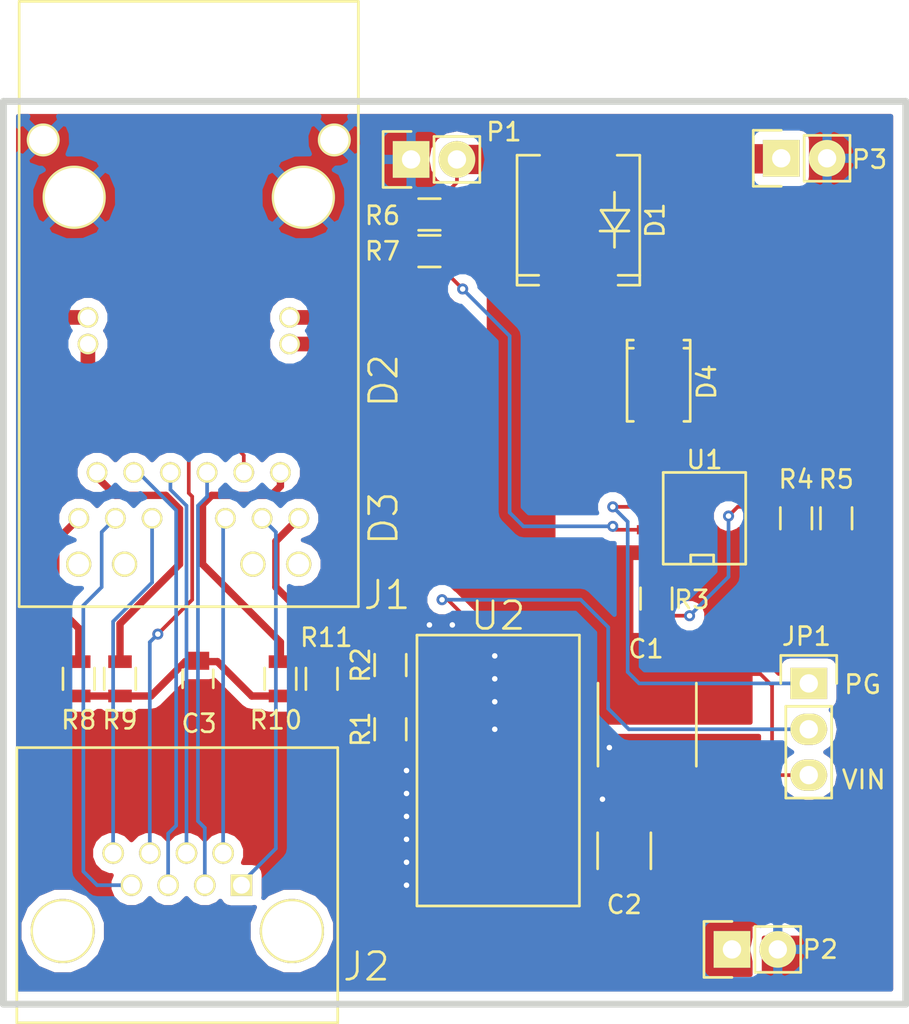
<source format=kicad_pcb>
(kicad_pcb (version 4) (host pcbnew "(2015-03-16 BZR 5519)-product")

  (general
    (links 122)
    (no_connects 0)
    (area 117.123027 56.130119 168.409834 115.697)
    (thickness 1.6002)
    (drawings 6)
    (tracks 215)
    (zones 0)
    (modules 26)
    (nets 38)
  )

  (page A4)
  (title_block
    (date "13 mar 2015")
  )

  (layers
    (0 Front signal)
    (31 Back signal)
    (32 B.Adhes user)
    (33 F.Adhes user)
    (34 B.Paste user)
    (35 F.Paste user)
    (36 B.SilkS user)
    (37 F.SilkS user)
    (38 B.Mask user)
    (39 F.Mask user)
    (40 Dwgs.User user)
    (41 Cmts.User user)
    (42 Eco1.User user)
    (43 Eco2.User user)
    (44 Edge.Cuts user)
  )

  (setup
    (last_trace_width 0.2032)
    (user_trace_width 0.4064)
    (user_trace_width 0.8128)
    (user_trace_width 1.6256)
    (trace_clearance 0.254)
    (zone_clearance 0.508)
    (zone_45_only no)
    (trace_min 0.2032)
    (segment_width 0.381)
    (edge_width 0.381)
    (via_size 0.889)
    (via_drill 0.635)
    (via_min_size 0.6096)
    (via_min_drill 0.3048)
    (user_via 0.6096 0.3048)
    (uvia_size 0.508)
    (uvia_drill 0.127)
    (uvias_allowed no)
    (uvia_min_size 0.508)
    (uvia_min_drill 0.127)
    (pcb_text_width 0.3048)
    (pcb_text_size 1.524 2.032)
    (mod_edge_width 0.381)
    (mod_text_size 1.524 1.524)
    (mod_text_width 0.3048)
    (pad_size 1.524 1.524)
    (pad_drill 0.8128)
    (pad_to_mask_clearance 0.254)
    (aux_axis_origin 117.983 112.014)
    (visible_elements FFFFFF7F)
    (pcbplotparams
      (layerselection 0x010f0_80000001)
      (usegerberextensions true)
      (excludeedgelayer true)
      (linewidth 0.150000)
      (plotframeref false)
      (viasonmask false)
      (mode 1)
      (useauxorigin false)
      (hpglpennumber 1)
      (hpglpenspeed 20)
      (hpglpendiameter 15)
      (hpglpenoverlay 0)
      (psnegative false)
      (psa4output false)
      (plotreference true)
      (plotvalue true)
      (plotinvisibletext false)
      (padsonsilk true)
      (subtractmaskfromsilk false)
      (outputformat 1)
      (mirror false)
      (drillshape 0)
      (scaleselection 1)
      (outputdirectory manufacturing_outputs/))
  )

  (net 0 "")
  (net 1 /AUX)
  (net 2 /TRD1+)
  (net 3 /TRD1-)
  (net 4 /TRD2+)
  (net 5 /TRD2-)
  (net 6 /TRD3+)
  (net 7 /TRD3-)
  (net 8 /TRD4+)
  (net 9 /TRD4-)
  (net 10 /VAUX)
  (net 11 /VPORT_N)
  (net 12 /VPORT_P)
  (net 13 /VPoE_1+)
  (net 14 /VPoE_1-)
  (net 15 /VPoE_2+)
  (net 16 /VPoE_2-)
  (net 17 /vout_5V@2A)
  (net 18 GND)
  (net 19 "Net-(C3-Pad1)")
  (net 20 "Net-(J1-Pad1)")
  (net 21 "Net-(J1-Pad6)")
  (net 22 "Net-(J1-Pad7)")
  (net 23 "Net-(J1-Pad12)")
  (net 24 "Net-(J1-Pad20)")
  (net 25 "Net-(J1-Pad19)")
  (net 26 "Net-(J1-Pad17)")
  (net 27 "Net-(J1-Pad18)")
  (net 28 "Net-(JP1-Pad1)")
  (net 29 "Net-(JP1-Pad2)")
  (net 30 "Net-(R1-Pad1)")
  (net 31 "Net-(R2-Pad1)")
  (net 32 "Net-(R3-Pad2)")
  (net 33 "Net-(R4-Pad1)")
  (net 34 "Net-(R5-Pad1)")
  (net 35 "Net-(U2-PadG5)")
  (net 36 "Net-(U2-PadH7)")
  (net 37 "Net-(U2-PadJ7)")

  (net_class Default "This is the default net class."
    (clearance 0.254)
    (trace_width 0.2032)
    (via_dia 0.889)
    (via_drill 0.635)
    (uvia_dia 0.508)
    (uvia_drill 0.127)
    (add_net /AUX)
    (add_net /TRD1+)
    (add_net /TRD1-)
    (add_net /TRD2+)
    (add_net /TRD2-)
    (add_net /TRD3+)
    (add_net /TRD3-)
    (add_net /TRD4+)
    (add_net /TRD4-)
    (add_net /VAUX)
    (add_net /VPORT_N)
    (add_net /VPORT_P)
    (add_net /VPoE_1+)
    (add_net /VPoE_1-)
    (add_net /VPoE_2+)
    (add_net /VPoE_2-)
    (add_net /vout_5V@2A)
    (add_net GND)
    (add_net "Net-(C3-Pad1)")
    (add_net "Net-(J1-Pad1)")
    (add_net "Net-(J1-Pad12)")
    (add_net "Net-(J1-Pad17)")
    (add_net "Net-(J1-Pad18)")
    (add_net "Net-(J1-Pad19)")
    (add_net "Net-(J1-Pad20)")
    (add_net "Net-(J1-Pad6)")
    (add_net "Net-(J1-Pad7)")
    (add_net "Net-(JP1-Pad1)")
    (add_net "Net-(JP1-Pad2)")
    (add_net "Net-(R1-Pad1)")
    (add_net "Net-(R2-Pad1)")
    (add_net "Net-(R3-Pad2)")
    (add_net "Net-(R4-Pad1)")
    (add_net "Net-(R5-Pad1)")
    (add_net "Net-(U2-PadG5)")
    (add_net "Net-(U2-PadH7)")
    (add_net "Net-(U2-PadJ7)")
  )

  (module libcms:BGA70-linear_standard (layer Front) (tedit 550978A7) (tstamp 550953C7)
    (at 145.415 99.06 90)
    (path /54C96627)
    (fp_text reference U2 (at 8.5725 0 180) (layer F.SilkS)
      (effects (font (thickness 0.1524)))
    )
    (fp_text value LTM8050 (at 0 6.35 90) (layer F.SilkS) hide
      (effects (font (thickness 0.1524)))
    )
    (fp_line (start 7.50062 -4.50088) (end 7.50062 4.50088) (layer F.SilkS) (width 0.15))
    (fp_line (start 7.50062 4.50088) (end -7.50062 4.50088) (layer F.SilkS) (width 0.15))
    (fp_line (start -7.50062 4.50088) (end -7.50062 -4.50088) (layer F.SilkS) (width 0.15))
    (fp_line (start -7.50062 -4.50088) (end 7.50062 -4.50088) (layer F.SilkS) (width 0.15))
    (pad A1 smd circle (at -6.35 3.81 180) (size 0.65532 0.65532) (layers Front F.Paste F.Mask)
      (net 17 /vout_5V@2A))
    (pad A2 smd circle (at -6.35 2.54 180) (size 0.65532 0.65532) (layers Front F.Paste F.Mask)
      (net 17 /vout_5V@2A))
    (pad A3 smd circle (at -6.35 1.27 180) (size 0.65532 0.65532) (layers Front F.Paste F.Mask)
      (net 17 /vout_5V@2A))
    (pad A4 smd circle (at -6.35 0 180) (size 0.65532 0.65532) (layers Front F.Paste F.Mask)
      (net 17 /vout_5V@2A))
    (pad A5 smd circle (at -6.35 -1.27 180) (size 0.65532 0.65532) (layers Front F.Paste F.Mask)
      (net 18 GND))
    (pad A6 smd circle (at -6.35 -2.54 180) (size 0.65532 0.65532) (layers Front F.Paste F.Mask)
      (net 18 GND))
    (pad A7 smd circle (at -6.35 -3.81 180) (size 0.65532 0.65532) (layers Front F.Paste F.Mask)
      (net 18 GND))
    (pad B1 smd circle (at -5.08 3.81 180) (size 0.65532 0.65532) (layers Front F.Paste F.Mask)
      (net 17 /vout_5V@2A))
    (pad B2 smd circle (at -5.08 2.54 180) (size 0.65532 0.65532) (layers Front F.Paste F.Mask)
      (net 17 /vout_5V@2A))
    (pad B3 smd circle (at -5.08 1.27 180) (size 0.65532 0.65532) (layers Front F.Paste F.Mask)
      (net 17 /vout_5V@2A))
    (pad B4 smd circle (at -5.08 0 180) (size 0.65532 0.65532) (layers Front F.Paste F.Mask)
      (net 17 /vout_5V@2A))
    (pad B5 smd circle (at -5.08 -1.27 180) (size 0.65532 0.65532) (layers Front F.Paste F.Mask)
      (net 18 GND))
    (pad B6 smd circle (at -5.08 -2.54 180) (size 0.65532 0.65532) (layers Front F.Paste F.Mask)
      (net 18 GND))
    (pad B7 smd circle (at -5.08 -3.81 180) (size 0.65532 0.65532) (layers Front F.Paste F.Mask)
      (net 18 GND))
    (pad C1 smd circle (at -3.81 3.81 180) (size 0.65532 0.65532) (layers Front F.Paste F.Mask)
      (net 17 /vout_5V@2A))
    (pad C2 smd circle (at -3.81 2.54 180) (size 0.65532 0.65532) (layers Front F.Paste F.Mask)
      (net 17 /vout_5V@2A))
    (pad C3 smd circle (at -3.81 1.27 180) (size 0.65532 0.65532) (layers Front F.Paste F.Mask)
      (net 17 /vout_5V@2A))
    (pad C4 smd circle (at -3.81 0 180) (size 0.65532 0.65532) (layers Front F.Paste F.Mask)
      (net 17 /vout_5V@2A))
    (pad C5 smd circle (at -3.81 -1.27 180) (size 0.65532 0.65532) (layers Front F.Paste F.Mask)
      (net 18 GND))
    (pad C6 smd circle (at -3.81 -2.54 180) (size 0.65532 0.65532) (layers Front F.Paste F.Mask)
      (net 18 GND))
    (pad C7 smd circle (at -3.81 -3.81 180) (size 0.65532 0.65532) (layers Front F.Paste F.Mask)
      (net 18 GND))
    (pad D1 smd circle (at -2.54 3.81 180) (size 0.65532 0.65532) (layers Front F.Paste F.Mask)
      (net 17 /vout_5V@2A))
    (pad D2 smd circle (at -2.54 2.54 180) (size 0.65532 0.65532) (layers Front F.Paste F.Mask)
      (net 17 /vout_5V@2A))
    (pad D3 smd circle (at -2.54 1.27 180) (size 0.65532 0.65532) (layers Front F.Paste F.Mask)
      (net 17 /vout_5V@2A))
    (pad D4 smd circle (at -2.54 0 180) (size 0.65532 0.65532) (layers Front F.Paste F.Mask)
      (net 17 /vout_5V@2A))
    (pad D5 smd circle (at -2.54 -1.27 180) (size 0.65532 0.65532) (layers Front F.Paste F.Mask)
      (net 18 GND))
    (pad D6 smd circle (at -2.54 -2.54 180) (size 0.65532 0.65532) (layers Front F.Paste F.Mask)
      (net 18 GND))
    (pad D7 smd circle (at -2.54 -3.81 180) (size 0.65532 0.65532) (layers Front F.Paste F.Mask)
      (net 18 GND))
    (pad E1 smd circle (at -1.27 3.81 180) (size 0.65532 0.65532) (layers Front F.Paste F.Mask)
      (net 18 GND))
    (pad E2 smd circle (at -1.27 2.54 180) (size 0.65532 0.65532) (layers Front F.Paste F.Mask)
      (net 18 GND))
    (pad E3 smd circle (at -1.27 1.27 180) (size 0.65532 0.65532) (layers Front F.Paste F.Mask)
      (net 18 GND))
    (pad E4 smd circle (at -1.27 0 180) (size 0.65532 0.65532) (layers Front F.Paste F.Mask)
      (net 18 GND))
    (pad E5 smd circle (at -1.27 -1.27 180) (size 0.65532 0.65532) (layers Front F.Paste F.Mask)
      (net 18 GND))
    (pad E6 smd circle (at -1.27 -2.54 180) (size 0.65532 0.65532) (layers Front F.Paste F.Mask)
      (net 18 GND))
    (pad E7 smd circle (at -1.27 -3.81 180) (size 0.65532 0.65532) (layers Front F.Paste F.Mask)
      (net 18 GND))
    (pad F1 smd circle (at 0 3.81 180) (size 0.65532 0.65532) (layers Front F.Paste F.Mask)
      (net 18 GND))
    (pad F2 smd circle (at 0 2.54 180) (size 0.65532 0.65532) (layers Front F.Paste F.Mask)
      (net 18 GND))
    (pad F3 smd circle (at 0 1.27 180) (size 0.65532 0.65532) (layers Front F.Paste F.Mask)
      (net 18 GND))
    (pad F4 smd circle (at 0 0 180) (size 0.65532 0.65532) (layers Front F.Paste F.Mask)
      (net 18 GND))
    (pad F5 smd circle (at 0 -1.27 180) (size 0.65532 0.65532) (layers Front F.Paste F.Mask)
      (net 18 GND))
    (pad F6 smd circle (at 0 -2.54 180) (size 0.65532 0.65532) (layers Front F.Paste F.Mask)
      (net 18 GND))
    (pad F7 smd circle (at 0 -3.81 180) (size 0.65532 0.65532) (layers Front F.Paste F.Mask)
      (net 18 GND))
    (pad G1 smd circle (at 1.27 3.81 180) (size 0.65532 0.65532) (layers Front F.Paste F.Mask)
      (net 18 GND))
    (pad G2 smd circle (at 1.27 2.54 180) (size 0.65532 0.65532) (layers Front F.Paste F.Mask)
      (net 18 GND))
    (pad G3 smd circle (at 1.27 1.27 180) (size 0.65532 0.65532) (layers Front F.Paste F.Mask)
      (net 18 GND))
    (pad G4 smd circle (at 1.27 0 180) (size 0.65532 0.65532) (layers Front F.Paste F.Mask)
      (net 18 GND))
    (pad G5 smd circle (at 1.27 -1.27 180) (size 0.65532 0.65532) (layers Front F.Paste F.Mask)
      (net 35 "Net-(U2-PadG5)"))
    (pad G6 smd circle (at 1.27 -2.54 180) (size 0.65532 0.65532) (layers Front F.Paste F.Mask)
      (net 18 GND))
    (pad G7 smd circle (at 1.27 -3.81 180) (size 0.65532 0.65532) (layers Front F.Paste F.Mask)
      (net 30 "Net-(R1-Pad1)"))
    (pad H5 smd circle (at 2.54 -1.27 180) (size 0.65532 0.65532) (layers Front F.Paste F.Mask)
      (net 35 "Net-(U2-PadG5)"))
    (pad H6 smd circle (at 2.54 -2.54 180) (size 0.65532 0.65532) (layers Front F.Paste F.Mask)
      (net 18 GND))
    (pad H7 smd circle (at 2.54 -3.81 180) (size 0.65532 0.65532) (layers Front F.Paste F.Mask)
      (net 36 "Net-(U2-PadH7)"))
    (pad J1 smd circle (at 3.81 3.81 180) (size 0.65532 0.65532) (layers Front F.Paste F.Mask)
      (net 12 /VPORT_P))
    (pad J2 smd circle (at 3.81 2.54 180) (size 0.65532 0.65532) (layers Front F.Paste F.Mask)
      (net 12 /VPORT_P))
    (pad J3 smd circle (at 3.81 1.27 180) (size 0.65532 0.65532) (layers Front F.Paste F.Mask)
      (net 12 /VPORT_P))
    (pad J5 smd circle (at 3.81 -1.27 180) (size 0.65532 0.65532) (layers Front F.Paste F.Mask)
      (net 18 GND))
    (pad J6 smd circle (at 3.81 -2.54 180) (size 0.65532 0.65532) (layers Front F.Paste F.Mask)
      (net 18 GND))
    (pad J7 smd circle (at 3.81 -3.81 180) (size 0.65532 0.65532) (layers Front F.Paste F.Mask)
      (net 37 "Net-(U2-PadJ7)"))
    (pad K1 smd circle (at 5.08 3.81 180) (size 0.65532 0.65532) (layers Front F.Paste F.Mask)
      (net 12 /VPORT_P))
    (pad K2 smd circle (at 5.08 2.54 180) (size 0.65532 0.65532) (layers Front F.Paste F.Mask)
      (net 12 /VPORT_P))
    (pad K3 smd circle (at 5.08 1.27 180) (size 0.65532 0.65532) (layers Front F.Paste F.Mask)
      (net 12 /VPORT_P))
    (pad K5 smd circle (at 5.08 -1.27 180) (size 0.65532 0.65532) (layers Front F.Paste F.Mask)
      (net 18 GND))
    (pad K6 smd circle (at 5.08 -2.54 180) (size 0.65532 0.65532) (layers Front F.Paste F.Mask)
      (net 18 GND))
    (pad K7 smd circle (at 5.08 -3.81 180) (size 0.65532 0.65532) (layers Front F.Paste F.Mask)
      (net 31 "Net-(R2-Pad1)"))
    (pad L1 smd circle (at 6.35 3.81 180) (size 0.65532 0.65532) (layers Front F.Paste F.Mask)
      (net 12 /VPORT_P))
    (pad L2 smd circle (at 6.35 2.54 180) (size 0.65532 0.65532) (layers Front F.Paste F.Mask)
      (net 12 /VPORT_P))
    (pad L3 smd circle (at 6.35 1.27 180) (size 0.65532 0.65532) (layers Front F.Paste F.Mask)
      (net 12 /VPORT_P))
    (pad L5 smd circle (at 6.35 -1.27 180) (size 0.65532 0.65532) (layers Front F.Paste F.Mask)
      (net 29 "Net-(JP1-Pad2)"))
    (pad L6 smd circle (at 6.35 -2.54 180) (size 0.65532 0.65532) (layers Front F.Paste F.Mask)
      (net 18 GND))
    (pad L7 smd circle (at 6.35 -3.81 180) (size 0.65532 0.65532) (layers Front F.Paste F.Mask)
      (net 18 GND))
  )

  (module connect:RJ45_8N (layer Front) (tedit 55097893) (tstamp 55095363)
    (at 127.635 105.41)
    (path /54DB63BE)
    (fp_text reference J2 (at 10.4775 4.5085) (layer F.SilkS)
      (effects (font (thickness 0.1524)))
    )
    (fp_text value RJHSE-5080 (at 0 8.89) (layer F.SilkS) hide
      (effects (font (thickness 0.1524)))
    )
    (fp_line (start -8.89 7.62) (end -8.89 -7.62) (layer F.SilkS) (width 0.15))
    (fp_line (start -8.89 -7.62) (end 8.89 -7.62) (layer F.SilkS) (width 0.15))
    (fp_line (start 8.89 -7.62) (end 8.89 7.62) (layer F.SilkS) (width 0.15))
    (fp_line (start 8.89 7.62) (end -8.89 7.62) (layer F.SilkS) (width 0.15))
    (pad "" np_thru_hole circle (at -6.35 2.54) (size 3.556 3.556) (drill 3.302) (layers *.Cu *.Mask F.SilkS))
    (pad "" np_thru_hole circle (at 6.35 2.54) (size 3.556 3.556) (drill 3.302) (layers *.Cu *.Mask F.SilkS))
    (pad 8 thru_hole circle (at -3.556 -1.778) (size 1.1938 1.1938) (drill 0.9398) (layers *.Cu *.Mask F.SilkS)
      (net 9 /TRD4-))
    (pad 6 thru_hole circle (at -1.524 -1.778) (size 1.1938 1.1938) (drill 0.9398) (layers *.Cu *.Mask F.SilkS)
      (net 5 /TRD2-))
    (pad 4 thru_hole circle (at 0.508 -1.778) (size 1.1938 1.1938) (drill 0.9398) (layers *.Cu *.Mask F.SilkS)
      (net 6 /TRD3+))
    (pad 2 thru_hole circle (at 2.54 -1.778) (size 1.1938 1.1938) (drill 0.9398) (layers *.Cu *.Mask F.SilkS)
      (net 3 /TRD1-))
    (pad 7 thru_hole circle (at -2.54 0) (size 1.1938 1.1938) (drill 0.9398) (layers *.Cu *.Mask F.SilkS)
      (net 8 /TRD4+))
    (pad 5 thru_hole circle (at -0.508 0) (size 1.1938 1.1938) (drill 0.9398) (layers *.Cu *.Mask F.SilkS)
      (net 7 /TRD3-))
    (pad 3 thru_hole circle (at 1.524 0) (size 1.1938 1.1938) (drill 0.9398) (layers *.Cu *.Mask F.SilkS)
      (net 4 /TRD2+))
    (pad 1 thru_hole rect (at 3.556 0) (size 1.1938 1.1938) (drill 0.9398) (layers *.Cu *.Mask F.SilkS)
      (net 2 /TRD1+))
  )

  (module connect:RJ45_GIGABIT-MAGJACK (layer Front) (tedit 55097878) (tstamp 55095348)
    (at 128.27 67.31)
    (path /54D0F1C7)
    (fp_text reference J1 (at 10.9855 22.0345) (layer F.SilkS)
      (effects (font (thickness 0.1524)))
    )
    (fp_text value 0826-1X1T-M1-F (at 0 24.13) (layer F.SilkS) hide
      (effects (font (thickness 0.3048)))
    )
    (fp_line (start 9.398 22.67458) (end 9.398 -10.82548) (layer F.SilkS) (width 0.15))
    (fp_line (start -9.398 22.67458) (end 9.398 22.67458) (layer F.SilkS) (width 0.15))
    (fp_line (start -9.398 -10.85088) (end 9.398 -10.85088) (layer F.SilkS) (width 0.15))
    (fp_line (start -9.398 22.67458) (end -9.398 -10.85088) (layer F.SilkS) (width 0.15))
    (pad 1 thru_hole circle (at -5.08 15.24) (size 1.143 1.143) (drill 0.889) (layers *.Cu *.Mask F.SilkS)
      (net 20 "Net-(J1-Pad1)"))
    (pad 2 thru_hole circle (at -3.048 15.24) (size 1.143 1.143) (drill 0.889) (layers *.Cu *.Mask F.SilkS)
      (net 7 /TRD3-))
    (pad 3 thru_hole circle (at -1.016 15.24) (size 1.143 1.143) (drill 0.889) (layers *.Cu *.Mask F.SilkS)
      (net 6 /TRD3+))
    (pad 4 thru_hole circle (at 1.016 15.24) (size 1.143 1.143) (drill 0.889) (layers *.Cu *.Mask F.SilkS)
      (net 4 /TRD2+))
    (pad 5 thru_hole circle (at 3.048 15.24) (size 1.143 1.143) (drill 0.889) (layers *.Cu *.Mask F.SilkS)
      (net 5 /TRD2-))
    (pad 6 thru_hole circle (at 5.08 15.24) (size 1.143 1.143) (drill 0.889) (layers *.Cu *.Mask F.SilkS)
      (net 21 "Net-(J1-Pad6)"))
    (pad 7 thru_hole circle (at -6.096 17.78) (size 1.143 1.143) (drill 0.889) (layers *.Cu *.Mask F.SilkS)
      (net 22 "Net-(J1-Pad7)"))
    (pad 8 thru_hole circle (at -4.064 17.78) (size 1.143 1.143) (drill 0.889) (layers *.Cu *.Mask F.SilkS)
      (net 8 /TRD4+))
    (pad 9 thru_hole circle (at -2.032 17.78) (size 1.143 1.143) (drill 0.889) (layers *.Cu *.Mask F.SilkS)
      (net 9 /TRD4-))
    (pad 10 thru_hole circle (at 2.032 17.78) (size 1.143 1.143) (drill 0.889) (layers *.Cu *.Mask F.SilkS)
      (net 3 /TRD1-))
    (pad 11 thru_hole circle (at 4.064 17.78) (size 1.143 1.143) (drill 0.889) (layers *.Cu *.Mask F.SilkS)
      (net 2 /TRD1+))
    (pad 12 thru_hole circle (at 6.096 17.78) (size 1.143 1.143) (drill 0.889) (layers *.Cu *.Mask F.SilkS)
      (net 23 "Net-(J1-Pad12)"))
    (pad 21 thru_hole circle (at -6.35 0) (size 3.5052 3.5052) (drill 3.2512) (layers *.Cu *.Mask F.SilkS)
      (net 18 GND))
    (pad 22 thru_hole circle (at 6.35 0) (size 3.5052 3.5052) (drill 3.2512) (layers *.Cu *.Mask F.SilkS)
      (net 18 GND))
    (pad 23 thru_hole circle (at -8.0645 -3.175) (size 1.8288 1.8288) (drill 1.5748) (layers *.Cu *.Mask F.SilkS)
      (net 18 GND))
    (pad 24 thru_hole circle (at 8.0645 -3.175) (size 1.8288 1.8288) (drill 1.5748) (layers *.Cu *.Mask F.SilkS)
      (net 18 GND))
    (pad 13 thru_hole circle (at -5.588 8.128) (size 1.143 1.143) (drill 0.889) (layers *.Cu *.Mask F.SilkS)
      (net 13 /VPoE_1+))
    (pad 14 thru_hole circle (at 5.588 8.128) (size 1.143 1.143) (drill 0.889) (layers *.Cu *.Mask F.SilkS)
      (net 14 /VPoE_1-))
    (pad 15 thru_hole circle (at -5.588 6.6548) (size 1.143 1.143) (drill 0.889) (layers *.Cu *.Mask F.SilkS)
      (net 15 /VPoE_2+))
    (pad 16 thru_hole circle (at 5.588 6.6548) (size 1.143 1.143) (drill 0.889) (layers *.Cu *.Mask F.SilkS)
      (net 16 /VPoE_2-))
    (pad 20 thru_hole circle (at 6.096 20.32) (size 1.397 1.397) (drill 1.143) (layers *.Cu *.Mask F.SilkS)
      (net 24 "Net-(J1-Pad20)"))
    (pad 19 thru_hole circle (at 3.556 20.32) (size 1.397 1.397) (drill 1.143) (layers *.Cu *.Mask F.SilkS)
      (net 25 "Net-(J1-Pad19)"))
    (pad 17 thru_hole circle (at -6.096 20.32) (size 1.397 1.397) (drill 1.143) (layers *.Cu *.Mask F.SilkS)
      (net 26 "Net-(J1-Pad17)"))
    (pad 18 thru_hole circle (at -3.556 20.32) (size 1.397 1.397) (drill 1.143) (layers *.Cu *.Mask F.SilkS)
      (net 27 "Net-(J1-Pad18)"))
  )

  (module libcms:SDIP04 (layer Front) (tedit 55096B0B) (tstamp 5509533C)
    (at 144.78 85.09 90)
    (path /54CCF024)
    (fp_text reference D3 (at 0 -5.715 90) (layer F.SilkS)
      (effects (font (thickness 0.1524)))
    )
    (fp_text value DF01S (at 0 7.62 90) (layer F.SilkS) hide
      (effects (font (thickness 0.1524)))
    )
    (pad 1 smd rect (at -2.54 5.08 90) (size 1.30048 1.50114) (layers Front F.Paste F.Mask)
      (net 12 /VPORT_P))
    (pad 2 smd rect (at 2.56032 5.08 90) (size 1.30048 1.50114) (layers Front F.Paste F.Mask)
      (net 11 /VPORT_N))
    (pad 3 smd rect (at 2.56032 -3.82016 90) (size 1.30048 1.50114) (layers Front F.Paste F.Mask)
      (net 16 /VPoE_2-))
    (pad 4 smd rect (at -2.54 -3.82016 90) (size 1.30048 1.50114) (layers Front F.Paste F.Mask)
      (net 15 /VPoE_2+))
  )

  (module libcms:SDIP04 (layer Front) (tedit 55096B00) (tstamp 55095335)
    (at 144.78 77.47 90)
    (path /54CCF019)
    (fp_text reference D2 (at 0 -5.715 270) (layer F.SilkS)
      (effects (font (thickness 0.1524)))
    )
    (fp_text value DF01S (at 0 7.62 90) (layer F.SilkS) hide
      (effects (font (thickness 0.1524)))
    )
    (pad 1 smd rect (at -2.54 5.08 90) (size 1.30048 1.50114) (layers Front F.Paste F.Mask)
      (net 12 /VPORT_P))
    (pad 2 smd rect (at 2.56032 5.08 90) (size 1.30048 1.50114) (layers Front F.Paste F.Mask)
      (net 11 /VPORT_N))
    (pad 3 smd rect (at 2.56032 -3.82016 90) (size 1.30048 1.50114) (layers Front F.Paste F.Mask)
      (net 14 /VPoE_1-))
    (pad 4 smd rect (at -2.54 -3.82016 90) (size 1.30048 1.50114) (layers Front F.Paste F.Mask)
      (net 13 /VPoE_1+))
  )

  (module Capacitors_SMD:C_2220 (layer Front) (tedit 55096A0A) (tstamp 55095321)
    (at 153.67 96.52 270)
    (descr "Capacitor SMD 2220, reflow soldering, AVX (see smccp.pdf)")
    (tags "capacitor 2220")
    (path /54CCC53D)
    (attr smd)
    (fp_text reference C1 (at -4.191 0.0635 360) (layer F.SilkS)
      (effects (font (size 1 1) (thickness 0.15)))
    )
    (fp_text value 4.7u (at 0 4 270) (layer F.SilkS) hide
      (effects (font (size 1 1) (thickness 0.15)))
    )
    (fp_line (start -3.6 -2.85) (end 3.6 -2.85) (layer F.CrtYd) (width 0.05))
    (fp_line (start -3.6 2.85) (end 3.6 2.85) (layer F.CrtYd) (width 0.05))
    (fp_line (start -3.6 -2.85) (end -3.6 2.85) (layer F.CrtYd) (width 0.05))
    (fp_line (start 3.6 -2.85) (end 3.6 2.85) (layer F.CrtYd) (width 0.05))
    (fp_line (start 2.3 -2.725) (end -2.3 -2.725) (layer F.SilkS) (width 0.15))
    (fp_line (start -2.3 2.725) (end 2.3 2.725) (layer F.SilkS) (width 0.15))
    (pad 1 smd rect (at -2.8 0 270) (size 1 5) (layers Front F.Paste F.Mask)
      (net 12 /VPORT_P))
    (pad 2 smd rect (at 2.8 0 270) (size 1 5) (layers Front F.Paste F.Mask)
      (net 18 GND))
    (model Capacitors_SMD.3dshapes/C_2220.wrl
      (at (xyz 0 0 0))
      (scale (xyz 1 1 1))
      (rotate (xyz 0 0 0))
    )
  )

  (module Capacitors_SMD:C_1210 (layer Front) (tedit 55096B40) (tstamp 55095326)
    (at 152.4 103.505 90)
    (descr "Capacitor SMD 1210, reflow soldering, AVX (see smccp.pdf)")
    (tags "capacitor 1210")
    (path /54CCC54E)
    (attr smd)
    (fp_text reference C2 (at -2.9845 0 180) (layer F.SilkS)
      (effects (font (size 1 1) (thickness 0.15)))
    )
    (fp_text value 100u (at 0 2.7 90) (layer F.SilkS) hide
      (effects (font (size 1 1) (thickness 0.15)))
    )
    (fp_line (start -2.3 -1.6) (end 2.3 -1.6) (layer F.CrtYd) (width 0.05))
    (fp_line (start -2.3 1.6) (end 2.3 1.6) (layer F.CrtYd) (width 0.05))
    (fp_line (start -2.3 -1.6) (end -2.3 1.6) (layer F.CrtYd) (width 0.05))
    (fp_line (start 2.3 -1.6) (end 2.3 1.6) (layer F.CrtYd) (width 0.05))
    (fp_line (start 1 -1.475) (end -1 -1.475) (layer F.SilkS) (width 0.15))
    (fp_line (start -1 1.475) (end 1 1.475) (layer F.SilkS) (width 0.15))
    (pad 1 smd rect (at -1.5 0 90) (size 1 2.5) (layers Front F.Paste F.Mask)
      (net 17 /vout_5V@2A))
    (pad 2 smd rect (at 1.5 0 90) (size 1 2.5) (layers Front F.Paste F.Mask)
      (net 18 GND))
    (model Capacitors_SMD.3dshapes/C_1210.wrl
      (at (xyz 0 0 0))
      (scale (xyz 1 1 1))
      (rotate (xyz 0 0 0))
    )
  )

  (module Capacitors_SMD:C_0805 (layer Front) (tedit 55096785) (tstamp 5509532B)
    (at 128.778 93.98 270)
    (descr "Capacitor SMD 0805, reflow soldering, AVX (see smccp.pdf)")
    (tags "capacitor 0805")
    (path /54D1D91A)
    (attr smd)
    (fp_text reference C3 (at 2.4765 -0.0635 360) (layer F.SilkS)
      (effects (font (size 1 1) (thickness 0.15)))
    )
    (fp_text value 1000p (at 0 2.1 270) (layer F.SilkS) hide
      (effects (font (size 1 1) (thickness 0.15)))
    )
    (fp_line (start -1.8 -1) (end 1.8 -1) (layer F.CrtYd) (width 0.05))
    (fp_line (start -1.8 1) (end 1.8 1) (layer F.CrtYd) (width 0.05))
    (fp_line (start -1.8 -1) (end -1.8 1) (layer F.CrtYd) (width 0.05))
    (fp_line (start 1.8 -1) (end 1.8 1) (layer F.CrtYd) (width 0.05))
    (fp_line (start 0.5 -0.85) (end -0.5 -0.85) (layer F.SilkS) (width 0.15))
    (fp_line (start -0.5 0.85) (end 0.5 0.85) (layer F.SilkS) (width 0.15))
    (pad 1 smd rect (at -1 0 270) (size 1 1.25) (layers Front F.Paste F.Mask)
      (net 19 "Net-(C3-Pad1)"))
    (pad 2 smd rect (at 1 0 270) (size 1 1.25) (layers Front F.Paste F.Mask)
      (net 18 GND))
    (model Capacitors_SMD.3dshapes/C_0805.wrl
      (at (xyz 0 0 0))
      (scale (xyz 1 1 1))
      (rotate (xyz 0 0 0))
    )
  )

  (module Diodes_SMD:Diode-SMC_Standard (layer Front) (tedit 55096C13) (tstamp 55095330)
    (at 149.86 68.58 270)
    (descr "Diode SMC Standard")
    (tags "Diode SMC Standard")
    (path /54CCEE78)
    (attr smd)
    (fp_text reference D1 (at 0 -4.2545 270) (layer F.SilkS)
      (effects (font (size 1 1) (thickness 0.15)))
    )
    (fp_text value S5BC-13-F (at 0 5.08 270) (layer F.SilkS) hide
      (effects (font (size 1 1) (thickness 0.15)))
    )
    (fp_circle (center 0 0) (end 0.7493 0.35052) (layer F.Adhes) (width 0.381))
    (fp_circle (center 0 0) (end 0.44958 0.20066) (layer F.Adhes) (width 0.381))
    (fp_circle (center 0 0) (end 0.14986 0.14986) (layer F.Adhes) (width 0.381))
    (fp_line (start 0.59944 -1.99898) (end 1.50114 -1.99898) (layer F.SilkS) (width 0.15))
    (fp_line (start -0.55118 -1.99898) (end -1.5494 -1.99898) (layer F.SilkS) (width 0.15))
    (fp_line (start 3.05054 3.40106) (end 3.05054 2.19964) (layer F.SilkS) (width 0.15))
    (fp_line (start 3.05054 -3.40106) (end 3.05054 -2.19964) (layer F.SilkS) (width 0.15))
    (fp_line (start 3.59918 3.40106) (end 3.59918 2.19964) (layer F.SilkS) (width 0.15))
    (fp_line (start 3.59918 -3.40106) (end 3.59918 -2.19964) (layer F.SilkS) (width 0.15))
    (fp_line (start -3.59918 3.40106) (end -3.59918 2.14884) (layer F.SilkS) (width 0.15))
    (fp_line (start -3.59918 -3.40106) (end -3.59918 -2.14884) (layer F.SilkS) (width 0.15))
    (fp_line (start 0.59944 -2.79908) (end 0.59944 -1.19888) (layer F.SilkS) (width 0.15))
    (fp_line (start -0.55118 -1.24968) (end -0.55118 -2.79908) (layer F.SilkS) (width 0.15))
    (fp_line (start 0.59944 -1.99898) (end -0.55118 -1.24968) (layer F.SilkS) (width 0.15))
    (fp_line (start 0.59944 -1.99898) (end -0.55118 -2.79908) (layer F.SilkS) (width 0.15))
    (fp_line (start -3.59918 3.40106) (end 3.59918 3.40106) (layer F.SilkS) (width 0.15))
    (fp_line (start -3.59918 -3.40106) (end 3.59918 -3.40106) (layer F.SilkS) (width 0.15))
    (pad 1 smd rect (at -3.40106 0) (size 3.29946 2.49936) (layers Front F.Paste F.Mask)
      (net 10 /VAUX))
    (pad 2 smd rect (at 3.40106 0) (size 3.29946 2.49936) (layers Front F.Paste F.Mask)
      (net 12 /VPORT_P))
    (model Diodes_SMD.3dshapes/Diode-SMC_Standard.wrl
      (at (xyz 0 0 0))
      (scale (xyz 0.3937 0.3937 0.3937))
      (rotate (xyz 0 0 0))
    )
  )

  (module Diodes_SMD:Diode-SMA_Standard (layer Front) (tedit 55096ACE) (tstamp 55095343)
    (at 154.305 77.47 90)
    (descr "Diode SMA")
    (tags "Diode SMA")
    (path /54CCEE1A)
    (attr smd)
    (fp_text reference D4 (at -0.0635 2.667 90) (layer F.SilkS)
      (effects (font (size 1 1) (thickness 0.15)))
    )
    (fp_text value SMAJ58CA (at 0 3.81 90) (layer F.SilkS) hide
      (effects (font (size 1 1) (thickness 0.15)))
    )
    (fp_text user A (at -3.29946 1.6002 90) (layer F.SilkS) hide
      (effects (font (size 1 1) (thickness 0.15)))
    )
    (fp_text user K (at 2.99974 1.69926 90) (layer F.SilkS) hide
      (effects (font (size 1 1) (thickness 0.15)))
    )
    (fp_circle (center 0 0) (end 0.20066 -0.0508) (layer F.Adhes) (width 0.381))
    (fp_line (start 1.80086 1.75006) (end 1.80086 1.39954) (layer F.SilkS) (width 0.15))
    (fp_line (start 1.80086 -1.75006) (end 1.80086 -1.39954) (layer F.SilkS) (width 0.15))
    (fp_line (start 2.25044 1.75006) (end 2.25044 1.39954) (layer F.SilkS) (width 0.15))
    (fp_line (start -2.25044 1.75006) (end -2.25044 1.39954) (layer F.SilkS) (width 0.15))
    (fp_line (start -2.25044 -1.75006) (end -2.25044 -1.39954) (layer F.SilkS) (width 0.15))
    (fp_line (start 2.25044 -1.75006) (end 2.25044 -1.39954) (layer F.SilkS) (width 0.15))
    (fp_line (start -2.25044 1.75006) (end 2.25044 1.75006) (layer F.SilkS) (width 0.15))
    (fp_line (start -2.25044 -1.75006) (end 2.25044 -1.75006) (layer F.SilkS) (width 0.15))
    (pad 1 smd rect (at -1.99898 0 90) (size 2.49936 1.80086) (layers Front F.Paste F.Mask)
      (net 12 /VPORT_P))
    (pad 2 smd rect (at 1.99898 0 90) (size 2.49936 1.80086) (layers Front F.Paste F.Mask)
      (net 11 /VPORT_N))
    (model Diodes_SMD.3dshapes/Diode-SMA_Standard.wrl
      (at (xyz 0 0 0))
      (scale (xyz 0.3937 0.3937 0.3937))
      (rotate (xyz 0 0 0))
    )
  )

  (module Pin_Headers:Pin_Header_Straight_1x03 (layer Front) (tedit 550969A0) (tstamp 55095370)
    (at 162.6235 94.234)
    (descr "Through hole pin header")
    (tags "pin header")
    (path /54CCC798)
    (fp_text reference JP1 (at -0.127 -2.6035) (layer F.SilkS)
      (effects (font (size 1 1) (thickness 0.15)))
    )
    (fp_text value JUMPER3 (at 0 -3.1) (layer F.SilkS) hide
      (effects (font (size 1 1) (thickness 0.15)))
    )
    (fp_line (start -1.75 -1.75) (end -1.75 6.85) (layer F.CrtYd) (width 0.05))
    (fp_line (start 1.75 -1.75) (end 1.75 6.85) (layer F.CrtYd) (width 0.05))
    (fp_line (start -1.75 -1.75) (end 1.75 -1.75) (layer F.CrtYd) (width 0.05))
    (fp_line (start -1.75 6.85) (end 1.75 6.85) (layer F.CrtYd) (width 0.05))
    (fp_line (start -1.27 1.27) (end -1.27 6.35) (layer F.SilkS) (width 0.15))
    (fp_line (start -1.27 6.35) (end 1.27 6.35) (layer F.SilkS) (width 0.15))
    (fp_line (start 1.27 6.35) (end 1.27 1.27) (layer F.SilkS) (width 0.15))
    (fp_line (start 1.55 -1.55) (end 1.55 0) (layer F.SilkS) (width 0.15))
    (fp_line (start 1.27 1.27) (end -1.27 1.27) (layer F.SilkS) (width 0.15))
    (fp_line (start -1.55 0) (end -1.55 -1.55) (layer F.SilkS) (width 0.15))
    (fp_line (start -1.55 -1.55) (end 1.55 -1.55) (layer F.SilkS) (width 0.15))
    (pad 1 thru_hole rect (at 0 0) (size 2.032 1.7272) (drill 1.016) (layers *.Cu *.Mask F.SilkS)
      (net 28 "Net-(JP1-Pad1)"))
    (pad 2 thru_hole oval (at 0 2.54) (size 2.032 1.7272) (drill 1.016) (layers *.Cu *.Mask F.SilkS)
      (net 29 "Net-(JP1-Pad2)"))
    (pad 3 thru_hole oval (at 0 5.08) (size 2.032 1.7272) (drill 1.016) (layers *.Cu *.Mask F.SilkS)
      (net 12 /VPORT_P))
    (model Pin_Headers.3dshapes/Pin_Header_Straight_1x03.wrl
      (at (xyz 0 -0.1 0))
      (scale (xyz 1 1 1))
      (rotate (xyz 0 0 90))
    )
  )

  (module Pin_Headers:Pin_Header_Straight_1x02 (layer Front) (tedit 55095421) (tstamp 55095376)
    (at 140.589 65.2145 90)
    (descr "Through hole pin header")
    (tags "pin header")
    (path /54C01877)
    (fp_text reference P1 (at 1.524 5.1435 180) (layer F.SilkS)
      (effects (font (size 1 1) (thickness 0.15)))
    )
    (fp_text value CONN_01X02 (at 0 -3.1 90) (layer F.SilkS) hide
      (effects (font (size 1 1) (thickness 0.15)))
    )
    (fp_line (start 1.27 1.27) (end 1.27 3.81) (layer F.SilkS) (width 0.15))
    (fp_line (start 1.55 -1.55) (end 1.55 0) (layer F.SilkS) (width 0.15))
    (fp_line (start -1.75 -1.75) (end -1.75 4.3) (layer F.CrtYd) (width 0.05))
    (fp_line (start 1.75 -1.75) (end 1.75 4.3) (layer F.CrtYd) (width 0.05))
    (fp_line (start -1.75 -1.75) (end 1.75 -1.75) (layer F.CrtYd) (width 0.05))
    (fp_line (start -1.75 4.3) (end 1.75 4.3) (layer F.CrtYd) (width 0.05))
    (fp_line (start 1.27 1.27) (end -1.27 1.27) (layer F.SilkS) (width 0.15))
    (fp_line (start -1.55 0) (end -1.55 -1.55) (layer F.SilkS) (width 0.15))
    (fp_line (start -1.55 -1.55) (end 1.55 -1.55) (layer F.SilkS) (width 0.15))
    (fp_line (start -1.27 1.27) (end -1.27 3.81) (layer F.SilkS) (width 0.15))
    (fp_line (start -1.27 3.81) (end 1.27 3.81) (layer F.SilkS) (width 0.15))
    (pad 1 thru_hole rect (at 0 0 90) (size 2.032 2.032) (drill 1.016) (layers *.Cu *.Mask F.SilkS)
      (net 18 GND))
    (pad 2 thru_hole oval (at 0 2.54 90) (size 2.032 2.032) (drill 1.016) (layers *.Cu *.Mask F.SilkS)
      (net 10 /VAUX))
    (model Pin_Headers.3dshapes/Pin_Header_Straight_1x02.wrl
      (at (xyz 0 -0.05 0))
      (scale (xyz 1 1 1))
      (rotate (xyz 0 0 90))
    )
  )

  (module Pin_Headers:Pin_Header_Straight_1x02 (layer Front) (tedit 55096B95) (tstamp 5509537B)
    (at 158.369 108.966 90)
    (descr "Through hole pin header")
    (tags "pin header")
    (path /54CA5C1E)
    (fp_text reference P2 (at 0 4.8895 180) (layer F.SilkS)
      (effects (font (size 1 1) (thickness 0.15)))
    )
    (fp_text value CONN_01X02 (at 0 -3.1 90) (layer F.SilkS) hide
      (effects (font (size 1 1) (thickness 0.15)))
    )
    (fp_line (start 1.27 1.27) (end 1.27 3.81) (layer F.SilkS) (width 0.15))
    (fp_line (start 1.55 -1.55) (end 1.55 0) (layer F.SilkS) (width 0.15))
    (fp_line (start -1.75 -1.75) (end -1.75 4.3) (layer F.CrtYd) (width 0.05))
    (fp_line (start 1.75 -1.75) (end 1.75 4.3) (layer F.CrtYd) (width 0.05))
    (fp_line (start -1.75 -1.75) (end 1.75 -1.75) (layer F.CrtYd) (width 0.05))
    (fp_line (start -1.75 4.3) (end 1.75 4.3) (layer F.CrtYd) (width 0.05))
    (fp_line (start 1.27 1.27) (end -1.27 1.27) (layer F.SilkS) (width 0.15))
    (fp_line (start -1.55 0) (end -1.55 -1.55) (layer F.SilkS) (width 0.15))
    (fp_line (start -1.55 -1.55) (end 1.55 -1.55) (layer F.SilkS) (width 0.15))
    (fp_line (start -1.27 1.27) (end -1.27 3.81) (layer F.SilkS) (width 0.15))
    (fp_line (start -1.27 3.81) (end 1.27 3.81) (layer F.SilkS) (width 0.15))
    (pad 1 thru_hole rect (at 0 0 90) (size 2.032 2.032) (drill 1.016) (layers *.Cu *.Mask F.SilkS)
      (net 17 /vout_5V@2A))
    (pad 2 thru_hole oval (at 0 2.54 90) (size 2.032 2.032) (drill 1.016) (layers *.Cu *.Mask F.SilkS)
      (net 18 GND))
    (model Pin_Headers.3dshapes/Pin_Header_Straight_1x02.wrl
      (at (xyz 0 -0.05 0))
      (scale (xyz 1 1 1))
      (rotate (xyz 0 0 90))
    )
  )

  (module Pin_Headers:Pin_Header_Straight_1x02 (layer Front) (tedit 55096C04) (tstamp 55095380)
    (at 161.0995 65.151 90)
    (descr "Through hole pin header")
    (tags "pin header")
    (path /54CA5C28)
    (fp_text reference P3 (at -0.0635 4.8895 180) (layer F.SilkS)
      (effects (font (size 1 1) (thickness 0.15)))
    )
    (fp_text value CONN_01X02 (at 0 -3.1 90) (layer F.SilkS) hide
      (effects (font (size 1 1) (thickness 0.15)))
    )
    (fp_line (start 1.27 1.27) (end 1.27 3.81) (layer F.SilkS) (width 0.15))
    (fp_line (start 1.55 -1.55) (end 1.55 0) (layer F.SilkS) (width 0.15))
    (fp_line (start -1.75 -1.75) (end -1.75 4.3) (layer F.CrtYd) (width 0.05))
    (fp_line (start 1.75 -1.75) (end 1.75 4.3) (layer F.CrtYd) (width 0.05))
    (fp_line (start -1.75 -1.75) (end 1.75 -1.75) (layer F.CrtYd) (width 0.05))
    (fp_line (start -1.75 4.3) (end 1.75 4.3) (layer F.CrtYd) (width 0.05))
    (fp_line (start 1.27 1.27) (end -1.27 1.27) (layer F.SilkS) (width 0.15))
    (fp_line (start -1.55 0) (end -1.55 -1.55) (layer F.SilkS) (width 0.15))
    (fp_line (start -1.55 -1.55) (end 1.55 -1.55) (layer F.SilkS) (width 0.15))
    (fp_line (start -1.27 1.27) (end -1.27 3.81) (layer F.SilkS) (width 0.15))
    (fp_line (start -1.27 3.81) (end 1.27 3.81) (layer F.SilkS) (width 0.15))
    (pad 1 thru_hole rect (at 0 0 90) (size 2.032 2.032) (drill 1.016) (layers *.Cu *.Mask F.SilkS)
      (net 10 /VAUX))
    (pad 2 thru_hole oval (at 0 2.54 90) (size 2.032 2.032) (drill 1.016) (layers *.Cu *.Mask F.SilkS)
      (net 18 GND))
    (model Pin_Headers.3dshapes/Pin_Header_Straight_1x02.wrl
      (at (xyz 0 -0.05 0))
      (scale (xyz 1 1 1))
      (rotate (xyz 0 0 90))
    )
  )

  (module Resistors_SMD:R_0805 (layer Front) (tedit 550967F6) (tstamp 55095385)
    (at 139.446 96.774 90)
    (descr "Resistor SMD 0805, reflow soldering, Vishay (see dcrcw.pdf)")
    (tags "resistor 0805")
    (path /54CCC80B)
    (attr smd)
    (fp_text reference R1 (at 0 -1.651 270) (layer F.SilkS)
      (effects (font (size 1 1) (thickness 0.15)))
    )
    (fp_text value 93.1k (at 0 2.1 90) (layer F.SilkS) hide
      (effects (font (size 1 1) (thickness 0.15)))
    )
    (fp_line (start -1.6 -1) (end 1.6 -1) (layer F.CrtYd) (width 0.05))
    (fp_line (start -1.6 1) (end 1.6 1) (layer F.CrtYd) (width 0.05))
    (fp_line (start -1.6 -1) (end -1.6 1) (layer F.CrtYd) (width 0.05))
    (fp_line (start 1.6 -1) (end 1.6 1) (layer F.CrtYd) (width 0.05))
    (fp_line (start 0.6 0.875) (end -0.6 0.875) (layer F.SilkS) (width 0.15))
    (fp_line (start -0.6 -0.875) (end 0.6 -0.875) (layer F.SilkS) (width 0.15))
    (pad 1 smd rect (at -0.95 0 90) (size 0.7 1.3) (layers Front F.Paste F.Mask)
      (net 30 "Net-(R1-Pad1)"))
    (pad 2 smd rect (at 0.95 0 90) (size 0.7 1.3) (layers Front F.Paste F.Mask)
      (net 18 GND))
    (model Resistors_SMD.3dshapes/R_0805.wrl
      (at (xyz 0 0 0))
      (scale (xyz 1 1 1))
      (rotate (xyz 0 0 0))
    )
  )

  (module Resistors_SMD:R_0805 (layer Front) (tedit 55096818) (tstamp 5509538A)
    (at 139.446 93.218 90)
    (descr "Resistor SMD 0805, reflow soldering, Vishay (see dcrcw.pdf)")
    (tags "resistor 0805")
    (path /54CCC7FE)
    (attr smd)
    (fp_text reference R2 (at 0 -1.651 90) (layer F.SilkS)
      (effects (font (size 1 1) (thickness 0.15)))
    )
    (fp_text value 90.9k (at 0 2.1 90) (layer F.SilkS) hide
      (effects (font (size 1 1) (thickness 0.15)))
    )
    (fp_line (start -1.6 -1) (end 1.6 -1) (layer F.CrtYd) (width 0.05))
    (fp_line (start -1.6 1) (end 1.6 1) (layer F.CrtYd) (width 0.05))
    (fp_line (start -1.6 -1) (end -1.6 1) (layer F.CrtYd) (width 0.05))
    (fp_line (start 1.6 -1) (end 1.6 1) (layer F.CrtYd) (width 0.05))
    (fp_line (start 0.6 0.875) (end -0.6 0.875) (layer F.SilkS) (width 0.15))
    (fp_line (start -0.6 -0.875) (end 0.6 -0.875) (layer F.SilkS) (width 0.15))
    (pad 1 smd rect (at -0.95 0 90) (size 0.7 1.3) (layers Front F.Paste F.Mask)
      (net 31 "Net-(R2-Pad1)"))
    (pad 2 smd rect (at 0.95 0 90) (size 0.7 1.3) (layers Front F.Paste F.Mask)
      (net 18 GND))
    (model Resistors_SMD.3dshapes/R_0805.wrl
      (at (xyz 0 0 0))
      (scale (xyz 1 1 1))
      (rotate (xyz 0 0 0))
    )
  )

  (module Resistors_SMD:R_0805 (layer Front) (tedit 550969EF) (tstamp 5509538F)
    (at 154.178 89.535 270)
    (descr "Resistor SMD 0805, reflow soldering, Vishay (see dcrcw.pdf)")
    (tags "resistor 0805")
    (path /54CCE0C1)
    (attr smd)
    (fp_text reference R3 (at 0.0635 -1.9685 360) (layer F.SilkS)
      (effects (font (size 1 1) (thickness 0.15)))
    )
    (fp_text value 24.9k (at 0 2.1 270) (layer F.SilkS) hide
      (effects (font (size 1 1) (thickness 0.15)))
    )
    (fp_line (start -1.6 -1) (end 1.6 -1) (layer F.CrtYd) (width 0.05))
    (fp_line (start -1.6 1) (end 1.6 1) (layer F.CrtYd) (width 0.05))
    (fp_line (start -1.6 -1) (end -1.6 1) (layer F.CrtYd) (width 0.05))
    (fp_line (start 1.6 -1) (end 1.6 1) (layer F.CrtYd) (width 0.05))
    (fp_line (start 0.6 0.875) (end -0.6 0.875) (layer F.SilkS) (width 0.15))
    (fp_line (start -0.6 -0.875) (end 0.6 -0.875) (layer F.SilkS) (width 0.15))
    (pad 1 smd rect (at -0.95 0 270) (size 0.7 1.3) (layers Front F.Paste F.Mask)
      (net 12 /VPORT_P))
    (pad 2 smd rect (at 0.95 0 270) (size 0.7 1.3) (layers Front F.Paste F.Mask)
      (net 32 "Net-(R3-Pad2)"))
    (model Resistors_SMD.3dshapes/R_0805.wrl
      (at (xyz 0 0 0))
      (scale (xyz 1 1 1))
      (rotate (xyz 0 0 0))
    )
  )

  (module Resistors_SMD:R_0805 (layer Front) (tedit 55096A30) (tstamp 55095394)
    (at 161.925 85.09 90)
    (descr "Resistor SMD 0805, reflow soldering, Vishay (see dcrcw.pdf)")
    (tags "resistor 0805")
    (path /54CCE112)
    (attr smd)
    (fp_text reference R4 (at 2.159 0 180) (layer F.SilkS)
      (effects (font (size 1 1) (thickness 0.15)))
    )
    (fp_text value 4.42k (at 0 2.1 90) (layer F.SilkS) hide
      (effects (font (size 1 1) (thickness 0.15)))
    )
    (fp_line (start -1.6 -1) (end 1.6 -1) (layer F.CrtYd) (width 0.05))
    (fp_line (start -1.6 1) (end 1.6 1) (layer F.CrtYd) (width 0.05))
    (fp_line (start -1.6 -1) (end -1.6 1) (layer F.CrtYd) (width 0.05))
    (fp_line (start 1.6 -1) (end 1.6 1) (layer F.CrtYd) (width 0.05))
    (fp_line (start 0.6 0.875) (end -0.6 0.875) (layer F.SilkS) (width 0.15))
    (fp_line (start -0.6 -0.875) (end 0.6 -0.875) (layer F.SilkS) (width 0.15))
    (pad 1 smd rect (at -0.95 0 90) (size 0.7 1.3) (layers Front F.Paste F.Mask)
      (net 33 "Net-(R4-Pad1)"))
    (pad 2 smd rect (at 0.95 0 90) (size 0.7 1.3) (layers Front F.Paste F.Mask)
      (net 11 /VPORT_N))
    (model Resistors_SMD.3dshapes/R_0805.wrl
      (at (xyz 0 0 0))
      (scale (xyz 1 1 1))
      (rotate (xyz 0 0 0))
    )
  )

  (module Resistors_SMD:R_0805 (layer Front) (tedit 55096A28) (tstamp 55095399)
    (at 164.1475 85.09 90)
    (descr "Resistor SMD 0805, reflow soldering, Vishay (see dcrcw.pdf)")
    (tags "resistor 0805")
    (path /54CCE115)
    (attr smd)
    (fp_text reference R5 (at 2.159 0 180) (layer F.SilkS)
      (effects (font (size 1 1) (thickness 0.15)))
    )
    (fp_text value 178k (at 0 2.1 90) (layer F.SilkS) hide
      (effects (font (size 1 1) (thickness 0.15)))
    )
    (fp_line (start -1.6 -1) (end 1.6 -1) (layer F.CrtYd) (width 0.05))
    (fp_line (start -1.6 1) (end 1.6 1) (layer F.CrtYd) (width 0.05))
    (fp_line (start -1.6 -1) (end -1.6 1) (layer F.CrtYd) (width 0.05))
    (fp_line (start 1.6 -1) (end 1.6 1) (layer F.CrtYd) (width 0.05))
    (fp_line (start 0.6 0.875) (end -0.6 0.875) (layer F.SilkS) (width 0.15))
    (fp_line (start -0.6 -0.875) (end 0.6 -0.875) (layer F.SilkS) (width 0.15))
    (pad 1 smd rect (at -0.95 0 90) (size 0.7 1.3) (layers Front F.Paste F.Mask)
      (net 34 "Net-(R5-Pad1)"))
    (pad 2 smd rect (at 0.95 0 90) (size 0.7 1.3) (layers Front F.Paste F.Mask)
      (net 11 /VPORT_N))
    (model Resistors_SMD.3dshapes/R_0805.wrl
      (at (xyz 0 0 0))
      (scale (xyz 1 1 1))
      (rotate (xyz 0 0 0))
    )
  )

  (module Resistors_SMD:R_0805 (layer Front) (tedit 5509545F) (tstamp 5509539E)
    (at 141.605 68.2625 180)
    (descr "Resistor SMD 0805, reflow soldering, Vishay (see dcrcw.pdf)")
    (tags "resistor 0805")
    (path /54CCEA65)
    (attr smd)
    (fp_text reference R6 (at 2.6035 -0.0635 180) (layer F.SilkS)
      (effects (font (size 1 1) (thickness 0.15)))
    )
    (fp_text value 150k (at 0 2.1 180) (layer F.SilkS) hide
      (effects (font (size 1 1) (thickness 0.15)))
    )
    (fp_line (start -1.6 -1) (end 1.6 -1) (layer F.CrtYd) (width 0.05))
    (fp_line (start -1.6 1) (end 1.6 1) (layer F.CrtYd) (width 0.05))
    (fp_line (start -1.6 -1) (end -1.6 1) (layer F.CrtYd) (width 0.05))
    (fp_line (start 1.6 -1) (end 1.6 1) (layer F.CrtYd) (width 0.05))
    (fp_line (start 0.6 0.875) (end -0.6 0.875) (layer F.SilkS) (width 0.15))
    (fp_line (start -0.6 -0.875) (end 0.6 -0.875) (layer F.SilkS) (width 0.15))
    (pad 1 smd rect (at -0.95 0 180) (size 0.7 1.3) (layers Front F.Paste F.Mask)
      (net 10 /VAUX))
    (pad 2 smd rect (at 0.95 0 180) (size 0.7 1.3) (layers Front F.Paste F.Mask)
      (net 1 /AUX))
    (model Resistors_SMD.3dshapes/R_0805.wrl
      (at (xyz 0 0 0))
      (scale (xyz 1 1 1))
      (rotate (xyz 0 0 0))
    )
  )

  (module Resistors_SMD:R_0805 (layer Front) (tedit 55095467) (tstamp 550953A3)
    (at 141.605 70.2945 180)
    (descr "Resistor SMD 0805, reflow soldering, Vishay (see dcrcw.pdf)")
    (tags "resistor 0805")
    (path /54CCEA67)
    (attr smd)
    (fp_text reference R7 (at 2.6035 0 180) (layer F.SilkS)
      (effects (font (size 1 1) (thickness 0.15)))
    )
    (fp_text value 100k (at 0 2.1 180) (layer F.SilkS) hide
      (effects (font (size 1 1) (thickness 0.15)))
    )
    (fp_line (start -1.6 -1) (end 1.6 -1) (layer F.CrtYd) (width 0.05))
    (fp_line (start -1.6 1) (end 1.6 1) (layer F.CrtYd) (width 0.05))
    (fp_line (start -1.6 -1) (end -1.6 1) (layer F.CrtYd) (width 0.05))
    (fp_line (start 1.6 -1) (end 1.6 1) (layer F.CrtYd) (width 0.05))
    (fp_line (start 0.6 0.875) (end -0.6 0.875) (layer F.SilkS) (width 0.15))
    (fp_line (start -0.6 -0.875) (end 0.6 -0.875) (layer F.SilkS) (width 0.15))
    (pad 1 smd rect (at -0.95 0 180) (size 0.7 1.3) (layers Front F.Paste F.Mask)
      (net 1 /AUX))
    (pad 2 smd rect (at 0.95 0 180) (size 0.7 1.3) (layers Front F.Paste F.Mask)
      (net 18 GND))
    (model Resistors_SMD.3dshapes/R_0805.wrl
      (at (xyz 0 0 0))
      (scale (xyz 1 1 1))
      (rotate (xyz 0 0 0))
    )
  )

  (module Resistors_SMD:R_0805 (layer Front) (tedit 55096775) (tstamp 550953A8)
    (at 122.174 93.98 90)
    (descr "Resistor SMD 0805, reflow soldering, Vishay (see dcrcw.pdf)")
    (tags "resistor 0805")
    (path /54D1D8CE)
    (attr smd)
    (fp_text reference R8 (at -2.286 0 180) (layer F.SilkS)
      (effects (font (size 1 1) (thickness 0.15)))
    )
    (fp_text value 75R (at 0 2.1 90) (layer F.SilkS) hide
      (effects (font (size 1 1) (thickness 0.15)))
    )
    (fp_line (start -1.6 -1) (end 1.6 -1) (layer F.CrtYd) (width 0.05))
    (fp_line (start -1.6 1) (end 1.6 1) (layer F.CrtYd) (width 0.05))
    (fp_line (start -1.6 -1) (end -1.6 1) (layer F.CrtYd) (width 0.05))
    (fp_line (start 1.6 -1) (end 1.6 1) (layer F.CrtYd) (width 0.05))
    (fp_line (start 0.6 0.875) (end -0.6 0.875) (layer F.SilkS) (width 0.15))
    (fp_line (start -0.6 -0.875) (end 0.6 -0.875) (layer F.SilkS) (width 0.15))
    (pad 1 smd rect (at -0.95 0 90) (size 0.7 1.3) (layers Front F.Paste F.Mask)
      (net 19 "Net-(C3-Pad1)"))
    (pad 2 smd rect (at 0.95 0 90) (size 0.7 1.3) (layers Front F.Paste F.Mask)
      (net 22 "Net-(J1-Pad7)"))
    (model Resistors_SMD.3dshapes/R_0805.wrl
      (at (xyz 0 0 0))
      (scale (xyz 1 1 1))
      (rotate (xyz 0 0 0))
    )
  )

  (module Resistors_SMD:R_0805 (layer Front) (tedit 5509677F) (tstamp 550953AD)
    (at 124.46 93.98 90)
    (descr "Resistor SMD 0805, reflow soldering, Vishay (see dcrcw.pdf)")
    (tags "resistor 0805")
    (path /54D1D8CA)
    (attr smd)
    (fp_text reference R9 (at -2.286 0 180) (layer F.SilkS)
      (effects (font (size 1 1) (thickness 0.15)))
    )
    (fp_text value 75R (at 0 2.1 90) (layer F.SilkS) hide
      (effects (font (size 1 1) (thickness 0.15)))
    )
    (fp_line (start -1.6 -1) (end 1.6 -1) (layer F.CrtYd) (width 0.05))
    (fp_line (start -1.6 1) (end 1.6 1) (layer F.CrtYd) (width 0.05))
    (fp_line (start -1.6 -1) (end -1.6 1) (layer F.CrtYd) (width 0.05))
    (fp_line (start 1.6 -1) (end 1.6 1) (layer F.CrtYd) (width 0.05))
    (fp_line (start 0.6 0.875) (end -0.6 0.875) (layer F.SilkS) (width 0.15))
    (fp_line (start -0.6 -0.875) (end 0.6 -0.875) (layer F.SilkS) (width 0.15))
    (pad 1 smd rect (at -0.95 0 90) (size 0.7 1.3) (layers Front F.Paste F.Mask)
      (net 19 "Net-(C3-Pad1)"))
    (pad 2 smd rect (at 0.95 0 90) (size 0.7 1.3) (layers Front F.Paste F.Mask)
      (net 20 "Net-(J1-Pad1)"))
    (model Resistors_SMD.3dshapes/R_0805.wrl
      (at (xyz 0 0 0))
      (scale (xyz 1 1 1))
      (rotate (xyz 0 0 0))
    )
  )

  (module Resistors_SMD:R_0805 (layer Front) (tedit 550967DC) (tstamp 550953B2)
    (at 133.35 93.98 90)
    (descr "Resistor SMD 0805, reflow soldering, Vishay (see dcrcw.pdf)")
    (tags "resistor 0805")
    (path /54D1D8D1)
    (attr smd)
    (fp_text reference R10 (at -2.286 -0.254 360) (layer F.SilkS)
      (effects (font (size 1 1) (thickness 0.15)))
    )
    (fp_text value 75R (at 0 2.1 90) (layer F.SilkS) hide
      (effects (font (size 1 1) (thickness 0.15)))
    )
    (fp_line (start -1.6 -1) (end 1.6 -1) (layer F.CrtYd) (width 0.05))
    (fp_line (start -1.6 1) (end 1.6 1) (layer F.CrtYd) (width 0.05))
    (fp_line (start -1.6 -1) (end -1.6 1) (layer F.CrtYd) (width 0.05))
    (fp_line (start 1.6 -1) (end 1.6 1) (layer F.CrtYd) (width 0.05))
    (fp_line (start 0.6 0.875) (end -0.6 0.875) (layer F.SilkS) (width 0.15))
    (fp_line (start -0.6 -0.875) (end 0.6 -0.875) (layer F.SilkS) (width 0.15))
    (pad 1 smd rect (at -0.95 0 90) (size 0.7 1.3) (layers Front F.Paste F.Mask)
      (net 19 "Net-(C3-Pad1)"))
    (pad 2 smd rect (at 0.95 0 90) (size 0.7 1.3) (layers Front F.Paste F.Mask)
      (net 21 "Net-(J1-Pad6)"))
    (model Resistors_SMD.3dshapes/R_0805.wrl
      (at (xyz 0 0 0))
      (scale (xyz 1 1 1))
      (rotate (xyz 0 0 0))
    )
  )

  (module Resistors_SMD:R_0805 (layer Front) (tedit 550967D6) (tstamp 550953B7)
    (at 135.636 93.98 90)
    (descr "Resistor SMD 0805, reflow soldering, Vishay (see dcrcw.pdf)")
    (tags "resistor 0805")
    (path /54D1D89A)
    (attr smd)
    (fp_text reference R11 (at 2.286 0.254 360) (layer F.SilkS)
      (effects (font (size 1 1) (thickness 0.15)))
    )
    (fp_text value 75R (at 0 2.1 90) (layer F.SilkS) hide
      (effects (font (size 1 1) (thickness 0.15)))
    )
    (fp_line (start -1.6 -1) (end 1.6 -1) (layer F.CrtYd) (width 0.05))
    (fp_line (start -1.6 1) (end 1.6 1) (layer F.CrtYd) (width 0.05))
    (fp_line (start -1.6 -1) (end -1.6 1) (layer F.CrtYd) (width 0.05))
    (fp_line (start 1.6 -1) (end 1.6 1) (layer F.CrtYd) (width 0.05))
    (fp_line (start 0.6 0.875) (end -0.6 0.875) (layer F.SilkS) (width 0.15))
    (fp_line (start -0.6 -0.875) (end 0.6 -0.875) (layer F.SilkS) (width 0.15))
    (pad 1 smd rect (at -0.95 0 90) (size 0.7 1.3) (layers Front F.Paste F.Mask)
      (net 19 "Net-(C3-Pad1)"))
    (pad 2 smd rect (at 0.95 0 90) (size 0.7 1.3) (layers Front F.Paste F.Mask)
      (net 23 "Net-(J1-Pad12)"))
    (model Resistors_SMD.3dshapes/R_0805.wrl
      (at (xyz 0 0 0))
      (scale (xyz 1 1 1))
      (rotate (xyz 0 0 0))
    )
  )

  (module SMD_Packages:SOIC-8-N (layer Front) (tedit 55096A67) (tstamp 550953BC)
    (at 156.845 85.09 90)
    (descr "Module Narrow CMS SOJ 8 pins large")
    (tags "CMS SOJ")
    (path /54C966D1)
    (attr smd)
    (fp_text reference U1 (at 3.2385 0 180) (layer F.SilkS)
      (effects (font (size 1 1) (thickness 0.15)))
    )
    (fp_text value NCP1092 (at 0 1.27 90) (layer F.SilkS) hide
      (effects (font (size 1 1) (thickness 0.15)))
    )
    (fp_line (start -2.54 -2.286) (end 2.54 -2.286) (layer F.SilkS) (width 0.15))
    (fp_line (start 2.54 -2.286) (end 2.54 2.286) (layer F.SilkS) (width 0.15))
    (fp_line (start 2.54 2.286) (end -2.54 2.286) (layer F.SilkS) (width 0.15))
    (fp_line (start -2.54 2.286) (end -2.54 -2.286) (layer F.SilkS) (width 0.15))
    (fp_line (start -2.54 -0.762) (end -2.032 -0.762) (layer F.SilkS) (width 0.15))
    (fp_line (start -2.032 -0.762) (end -2.032 0.508) (layer F.SilkS) (width 0.15))
    (fp_line (start -2.032 0.508) (end -2.54 0.508) (layer F.SilkS) (width 0.15))
    (pad 8 smd rect (at -1.905 -3.175 90) (size 0.508 1.143) (layers Front F.Paste F.Mask)
      (net 12 /VPORT_P))
    (pad 7 smd rect (at -0.635 -3.175 90) (size 0.508 1.143) (layers Front F.Paste F.Mask)
      (net 1 /AUX))
    (pad 6 smd rect (at 0.635 -3.175 90) (size 0.508 1.143) (layers Front F.Paste F.Mask)
      (net 28 "Net-(JP1-Pad1)"))
    (pad 5 smd rect (at 1.905 -3.175 90) (size 0.508 1.143) (layers Front F.Paste F.Mask)
      (net 18 GND))
    (pad 4 smd rect (at 1.905 3.175 90) (size 0.508 1.143) (layers Front F.Paste F.Mask)
      (net 11 /VPORT_N))
    (pad 3 smd rect (at 0.635 3.175 90) (size 0.508 1.143) (layers Front F.Paste F.Mask)
      (net 32 "Net-(R3-Pad2)"))
    (pad 2 smd rect (at -0.635 3.175 90) (size 0.508 1.143) (layers Front F.Paste F.Mask)
      (net 33 "Net-(R4-Pad1)"))
    (pad 1 smd rect (at -1.905 3.175 90) (size 0.508 1.143) (layers Front F.Paste F.Mask)
      (net 34 "Net-(R5-Pad1)"))
    (model SMD_Packages.3dshapes/SOIC-8-N.wrl
      (at (xyz 0 0 0))
      (scale (xyz 0.5 0.38 0.5))
      (rotate (xyz 0 0 0))
    )
  )

  (gr_text PG (at 165.608 94.2975) (layer F.SilkS)
    (effects (font (size 1.016 1.016) (thickness 0.1524)))
  )
  (gr_text VIN (at 165.6715 99.568) (layer F.SilkS)
    (effects (font (size 1.016 1.016) (thickness 0.1524)))
  )
  (gr_line (start 118.00078 111.99876) (end 118.00078 61.99886) (angle 90) (layer Edge.Cuts) (width 0.381))
  (gr_line (start 168.00068 111.99876) (end 118.00078 111.99876) (angle 90) (layer Edge.Cuts) (width 0.381))
  (gr_line (start 168.00068 61.99886) (end 168.00068 111.99876) (angle 90) (layer Edge.Cuts) (width 0.381))
  (gr_line (start 118.00078 61.99886) (end 168.00068 61.99886) (angle 90) (layer Edge.Cuts) (width 0.381))

  (segment (start 142.555 70.2945) (end 142.555 71.4985) (width 0.2032) (layer Front) (net 1))
  (segment (start 151.9555 85.725) (end 153.67 85.725) (width 0.2032) (layer Front) (net 1) (tstamp 55096599))
  (segment (start 151.765 85.5345) (end 151.9555 85.725) (width 0.2032) (layer Front) (net 1) (tstamp 55096598))
  (via (at 151.765 85.5345) (size 0.6096) (drill 0.3048) (layers Front Back) (net 1))
  (segment (start 146.812 85.5345) (end 151.765 85.5345) (width 0.2032) (layer Back) (net 1) (tstamp 5509658D))
  (segment (start 146.05 84.7725) (end 146.812 85.5345) (width 0.2032) (layer Back) (net 1) (tstamp 5509658A))
  (segment (start 146.05 74.9935) (end 146.05 84.7725) (width 0.2032) (layer Back) (net 1) (tstamp 55096585))
  (segment (start 143.4465 72.39) (end 146.05 74.9935) (width 0.2032) (layer Back) (net 1) (tstamp 55096584))
  (via (at 143.4465 72.39) (size 0.6096) (drill 0.3048) (layers Front Back) (net 1))
  (segment (start 142.555 71.4985) (end 143.4465 72.39) (width 0.2032) (layer Front) (net 1) (tstamp 5509657D))
  (segment (start 140.655 68.2625) (end 141.224 68.2625) (width 0.2032) (layer Front) (net 1))
  (segment (start 141.7955 70.2945) (end 142.555 70.2945) (width 0.2032) (layer Front) (net 1) (tstamp 55096577))
  (segment (start 141.605 70.104) (end 141.7955 70.2945) (width 0.2032) (layer Front) (net 1) (tstamp 55096575))
  (segment (start 141.605 68.6435) (end 141.605 70.104) (width 0.2032) (layer Front) (net 1) (tstamp 5509656F))
  (segment (start 141.224 68.2625) (end 141.605 68.6435) (width 0.2032) (layer Front) (net 1) (tstamp 5509656B))
  (segment (start 154.051 85.598) (end 154.178 85.725) (width 0.2032) (layer Front) (net 1) (tstamp 5506D9CB))
  (segment (start 131.191 105.41) (end 131.191 105.283) (width 0.2032) (layer Back) (net 2))
  (segment (start 133.096 85.852) (end 132.334 85.09) (width 0.2032) (layer Back) (net 2))
  (segment (start 133.096 103.378) (end 133.096 85.852) (width 0.2032) (layer Back) (net 2))
  (segment (start 131.191 105.283) (end 133.096 103.378) (width 0.2032) (layer Back) (net 2))
  (segment (start 130.175 103.632) (end 130.175 85.217) (width 0.2032) (layer Back) (net 3))
  (segment (start 130.175 85.217) (end 130.302 85.09) (width 0.2032) (layer Back) (net 3))
  (segment (start 129.286 82.55) (end 129.286 83.8835) (width 0.2032) (layer Back) (net 4))
  (segment (start 129.159 102.235) (end 129.159 105.41) (width 0.2032) (layer Back) (net 4) (tstamp 550FCF5D))
  (segment (start 128.778 101.854) (end 129.159 102.235) (width 0.2032) (layer Back) (net 4) (tstamp 550FCF5A))
  (segment (start 128.778 84.3915) (end 128.778 101.854) (width 0.2032) (layer Back) (net 4) (tstamp 550FCF49))
  (segment (start 129.286 83.8835) (end 128.778 84.3915) (width 0.2032) (layer Back) (net 4) (tstamp 550FCF42))
  (segment (start 126.111 103.632) (end 126.111 91.948) (width 0.2032) (layer Back) (net 5))
  (segment (start 131.318 81.5975) (end 131.318 82.55) (width 0.2032) (layer Front) (net 5) (tstamp 550FCFD1))
  (segment (start 130.937 81.2165) (end 131.318 81.5975) (width 0.2032) (layer Front) (net 5) (tstamp 550FCFCE))
  (segment (start 128.778 81.2165) (end 130.937 81.2165) (width 0.2032) (layer Front) (net 5) (tstamp 550FCFCD))
  (segment (start 128.27 81.7245) (end 128.778 81.2165) (width 0.2032) (layer Front) (net 5) (tstamp 550FCFCC))
  (segment (start 128.27 83.693) (end 128.27 81.7245) (width 0.2032) (layer Front) (net 5) (tstamp 550FCFC7))
  (segment (start 128.4605 83.8835) (end 128.27 83.693) (width 0.2032) (layer Front) (net 5) (tstamp 550FCFC4))
  (segment (start 128.4605 89.5985) (end 128.4605 83.8835) (width 0.2032) (layer Front) (net 5) (tstamp 550FCFBD))
  (segment (start 126.5555 91.5035) (end 128.4605 89.5985) (width 0.2032) (layer Front) (net 5) (tstamp 550FCFBC))
  (via (at 126.5555 91.5035) (size 0.6096) (drill 0.3048) (layers Front Back) (net 5))
  (segment (start 126.111 91.948) (end 126.5555 91.5035) (width 0.2032) (layer Back) (net 5) (tstamp 550FCFAF))
  (segment (start 131.318 82.55) (end 131.318 82.804) (width 0.2032) (layer Back) (net 5))
  (segment (start 128.143 103.632) (end 128.143 84.3915) (width 0.2032) (layer Back) (net 6))
  (segment (start 127.254 83.5025) (end 127.254 82.55) (width 0.2032) (layer Back) (net 6) (tstamp 550FCF71))
  (segment (start 128.143 84.3915) (end 127.254 83.5025) (width 0.2032) (layer Back) (net 6) (tstamp 550FCF69))
  (segment (start 127.127 105.41) (end 127.127 102.5525) (width 0.2032) (layer Back) (net 7))
  (segment (start 127.5715 84.6455) (end 125.476 82.55) (width 0.2032) (layer Back) (net 7) (tstamp 550FCF90))
  (segment (start 127.5715 102.108) (end 127.5715 84.6455) (width 0.2032) (layer Back) (net 7) (tstamp 550FCF88))
  (segment (start 127.127 102.5525) (end 127.5715 102.108) (width 0.2032) (layer Back) (net 7) (tstamp 550FCF76))
  (segment (start 125.476 82.55) (end 125.222 82.55) (width 0.2032) (layer Back) (net 7) (tstamp 550FCF97))
  (segment (start 125.095 105.41) (end 123.19 105.41) (width 0.2032) (layer Back) (net 8))
  (segment (start 123.444 85.852) (end 124.206 85.09) (width 0.2032) (layer Back) (net 8))
  (segment (start 123.19 105.41) (end 122.428 104.648) (width 0.2032) (layer Back) (net 8))
  (segment (start 122.428 89.916) (end 123.444 88.9) (width 0.2032) (layer Back) (net 8))
  (segment (start 122.428 104.648) (end 122.428 89.916) (width 0.2032) (layer Back) (net 8))
  (segment (start 123.444 88.9) (end 123.444 85.852) (width 0.2032) (layer Back) (net 8))
  (segment (start 124.079 103.632) (end 124.079 90.805) (width 0.2032) (layer Back) (net 9))
  (segment (start 126.238 88.646) (end 126.238 85.09) (width 0.2032) (layer Back) (net 9))
  (segment (start 124.079 90.805) (end 126.238 88.646) (width 0.2032) (layer Back) (net 9))
  (segment (start 149.86 65.17894) (end 161.07156 65.17894) (width 1.6256) (layer Front) (net 10))
  (segment (start 161.07156 65.17894) (end 161.0995 65.151) (width 1.6256) (layer Front) (net 10) (tstamp 55096CAF))
  (segment (start 143.129 65.2145) (end 143.129 66.4845) (width 0.2032) (layer Front) (net 10))
  (segment (start 142.555 67.0585) (end 142.555 68.2625) (width 0.2032) (layer Front) (net 10) (tstamp 55096566))
  (segment (start 143.129 66.4845) (end 142.555 67.0585) (width 0.2032) (layer Front) (net 10) (tstamp 55096564))
  (segment (start 143.129 65.2145) (end 149.82444 65.2145) (width 1.6256) (layer Front) (net 10))
  (segment (start 149.82444 65.2145) (end 149.86 65.17894) (width 1.6256) (layer Front) (net 10) (tstamp 55095417))
  (segment (start 143.002 64.516) (end 143.002 65.532) (width 0.2032) (layer Front) (net 10))
  (segment (start 149.76094 65.278) (end 149.86 65.17894) (width 1.6256) (layer Front) (net 10) (tstamp 5506D2BB))
  (segment (start 161.925 84.14) (end 164.1475 84.14) (width 0.2032) (layer Front) (net 11))
  (segment (start 161.417 83.185) (end 161.925 83.693) (width 0.2032) (layer Front) (net 11))
  (segment (start 161.925 83.693) (end 161.925 84.1375) (width 0.2032) (layer Front) (net 11))
  (segment (start 159.512 83.185) (end 161.417 83.185) (width 0.2032) (layer Front) (net 11))
  (segment (start 153.74366 74.90968) (end 154.305 75.47102) (width 0.8128) (layer Front) (net 11))
  (segment (start 157.76702 75.47102) (end 159.512 77.216) (width 0.8128) (layer Front) (net 11))
  (segment (start 149.86 74.90968) (end 153.74366 74.90968) (width 0.8128) (layer Front) (net 11))
  (segment (start 149.86 82.52968) (end 151.91232 82.52968) (width 0.8128) (layer Front) (net 11))
  (segment (start 157.607 83.185) (end 159.512 83.185) (width 0.8128) (layer Front) (net 11))
  (segment (start 156.464 82.042) (end 157.607 83.185) (width 0.8128) (layer Front) (net 11))
  (segment (start 152.4 82.042) (end 156.464 82.042) (width 0.8128) (layer Front) (net 11))
  (segment (start 151.91232 82.52968) (end 152.4 82.042) (width 0.8128) (layer Front) (net 11))
  (segment (start 159.512 77.216) (end 159.512 83.185) (width 0.8128) (layer Front) (net 11))
  (segment (start 154.305 75.47102) (end 157.76702 75.47102) (width 0.8128) (layer Front) (net 11))
  (segment (start 162.6235 99.314) (end 160.9725 99.314) (width 0.2032) (layer Front) (net 12))
  (segment (start 159.9505 93.72) (end 153.67 93.72) (width 0.2032) (layer Front) (net 12) (tstamp 55096D77))
  (segment (start 160.5915 94.361) (end 159.9505 93.72) (width 0.2032) (layer Front) (net 12) (tstamp 55096D74))
  (segment (start 160.5915 98.933) (end 160.5915 94.361) (width 0.2032) (layer Front) (net 12) (tstamp 55096D72))
  (segment (start 160.9725 99.314) (end 160.5915 98.933) (width 0.2032) (layer Front) (net 12) (tstamp 55096D6A))
  (segment (start 149.86 87.63) (end 151.384 87.63) (width 0.8128) (layer Front) (net 12))
  (segment (start 152.019 86.995) (end 154.178 86.995) (width 0.8128) (layer Front) (net 12))
  (segment (start 151.384 87.63) (end 152.019 86.995) (width 0.8128) (layer Front) (net 12))
  (segment (start 154.178 88.5825) (end 154.178 86.995) (width 0.2032) (layer Front) (net 12))
  (segment (start 122.682 75.438) (end 122.682 76.65212) (width 0.8128) (layer Front) (net 13))
  (segment (start 132.78612 77.16012) (end 135.636 80.01) (width 0.8128) (layer Front) (net 13))
  (segment (start 122.682 76.65212) (end 123.19 77.16012) (width 0.8128) (layer Front) (net 13))
  (segment (start 135.636 80.01) (end 140.95984 80.01) (width 0.8128) (layer Front) (net 13))
  (segment (start 123.19 77.16012) (end 132.78612 77.16012) (width 0.8128) (layer Front) (net 13))
  (segment (start 133.858 75.438) (end 135.89 75.438) (width 0.8128) (layer Front) (net 14))
  (segment (start 136.41832 74.90968) (end 140.95984 74.90968) (width 0.8128) (layer Front) (net 14))
  (segment (start 135.89 75.438) (end 136.41832 74.90968) (width 0.8128) (layer Front) (net 14))
  (segment (start 121.92 78.232) (end 131.826 78.232) (width 0.8128) (layer Front) (net 15))
  (segment (start 121.3612 73.9648) (end 120.65 74.676) (width 0.8128) (layer Front) (net 15))
  (segment (start 139.7 84.836) (end 140.95984 86.09584) (width 0.8128) (layer Front) (net 15))
  (segment (start 140.95984 86.09584) (end 140.95984 87.63) (width 0.8128) (layer Front) (net 15))
  (segment (start 131.826 78.232) (end 136.398 82.804) (width 0.8128) (layer Front) (net 15))
  (segment (start 120.65 74.676) (end 120.65 76.962) (width 0.8128) (layer Front) (net 15))
  (segment (start 120.65 76.962) (end 121.92 78.232) (width 0.8128) (layer Front) (net 15))
  (segment (start 138.43 84.836) (end 139.7 84.836) (width 0.8128) (layer Front) (net 15))
  (segment (start 136.398 82.804) (end 138.43 84.836) (width 0.8128) (layer Front) (net 15))
  (segment (start 122.682 73.9648) (end 121.3612 73.9648) (width 0.8128) (layer Front) (net 15))
  (segment (start 142.76832 82.52968) (end 140.95984 82.52968) (width 0.8128) (layer Front) (net 16))
  (segment (start 136.398 72.898) (end 142.24 72.898) (width 0.8128) (layer Front) (net 16))
  (segment (start 143.51 74.168) (end 143.51 81.788) (width 0.8128) (layer Front) (net 16))
  (segment (start 135.3312 73.9648) (end 136.398 72.898) (width 0.8128) (layer Front) (net 16))
  (segment (start 142.24 72.898) (end 143.51 74.168) (width 0.8128) (layer Front) (net 16))
  (segment (start 133.858 73.9648) (end 135.3312 73.9648) (width 0.8128) (layer Front) (net 16))
  (segment (start 143.51 81.788) (end 142.76832 82.52968) (width 0.8128) (layer Front) (net 16))
  (segment (start 144.145 105.41) (end 142.875 105.41) (width 0.4064) (layer Front) (net 18))
  (segment (start 144.145 104.14) (end 142.875 104.14) (width 0.4064) (layer Front) (net 18))
  (segment (start 144.145 102.87) (end 142.875 102.87) (width 0.4064) (layer Front) (net 18))
  (segment (start 144.145 101.6) (end 142.875 101.6) (width 0.4064) (layer Front) (net 18))
  (segment (start 145.415 97.79) (end 145.415 96.9645) (width 0.2032) (layer Front) (net 18))
  (via (at 145.2245 96.774) (size 0.6096) (drill 0.3048) (layers Front Back) (net 18))
  (segment (start 145.415 96.9645) (end 145.2245 96.774) (width 0.2032) (layer Front) (net 18) (tstamp 55096EEB))
  (segment (start 145.2245 92.71) (end 145.2245 93.98) (width 0.2032) (layer Front) (net 18))
  (via (at 145.2245 93.98) (size 0.6096) (drill 0.3048) (layers Front Back) (net 18))
  (segment (start 145.2245 93.98) (end 144.145 93.98) (width 0.2032) (layer Front) (net 18))
  (via (at 145.2245 92.71) (size 0.6096) (drill 0.3048) (layers Front Back) (net 18))
  (segment (start 144.145 95.25) (end 145.2245 95.25) (width 0.2032) (layer Front) (net 18))
  (via (at 145.2245 95.25) (size 0.6096) (drill 0.3048) (layers Front Back) (net 18))
  (segment (start 149.225 100.33) (end 150.876 100.33) (width 0.2032) (layer Front) (net 18))
  (via (at 151.1935 100.6475) (size 0.6096) (drill 0.3048) (layers Front Back) (net 18))
  (segment (start 150.876 100.33) (end 151.1935 100.6475) (width 0.2032) (layer Front) (net 18) (tstamp 55096EAF))
  (segment (start 149.225 97.79) (end 151.5745 97.79) (width 0.2032) (layer Front) (net 18))
  (via (at 151.5745 97.79) (size 0.6096) (drill 0.3048) (layers Front Back) (net 18))
  (segment (start 142.875 92.71) (end 142.875 90.9955) (width 0.2032) (layer Front) (net 18))
  (via (at 142.875 90.9955) (size 0.6096) (drill 0.3048) (layers Front Back) (net 18))
  (segment (start 141.605 92.71) (end 141.605 90.9955) (width 0.2032) (layer Front) (net 18))
  (via (at 141.605 90.9955) (size 0.6096) (drill 0.3048) (layers Front Back) (net 18))
  (segment (start 141.605 105.41) (end 140.335 105.41) (width 0.2032) (layer Front) (net 18))
  (via (at 140.335 105.41) (size 0.6096) (drill 0.3048) (layers Front Back) (net 18))
  (segment (start 141.605 104.14) (end 140.335 104.14) (width 0.2032) (layer Front) (net 18))
  (via (at 140.335 104.14) (size 0.6096) (drill 0.3048) (layers Front Back) (net 18))
  (segment (start 141.605 102.87) (end 140.335 102.87) (width 0.2032) (layer Front) (net 18))
  (via (at 140.335 102.87) (size 0.6096) (drill 0.3048) (layers Front Back) (net 18))
  (segment (start 141.605 101.6) (end 140.335 101.6) (width 0.2032) (layer Front) (net 18))
  (via (at 140.335 101.6) (size 0.6096) (drill 0.3048) (layers Front Back) (net 18))
  (segment (start 141.605 100.33) (end 140.335 100.33) (width 0.2032) (layer Front) (net 18))
  (via (at 140.335 100.33) (size 0.6096) (drill 0.3048) (layers Front Back) (net 18))
  (segment (start 141.605 99.06) (end 140.335 99.06) (width 0.2032) (layer Front) (net 18))
  (via (at 140.335 99.06) (size 0.6096) (drill 0.3048) (layers Front Back) (net 18))
  (segment (start 128.0795 93.0275) (end 128.778 93.0275) (width 0.4064) (layer Front) (net 19))
  (segment (start 128.778 93.0275) (end 129.8575 93.0275) (width 0.4064) (layer Front) (net 19))
  (segment (start 129.8575 93.0275) (end 131.7625 94.9325) (width 0.4064) (layer Front) (net 19))
  (segment (start 126.1745 94.9325) (end 128.0795 93.0275) (width 0.4064) (layer Front) (net 19))
  (segment (start 124.46 94.9325) (end 126.1745 94.9325) (width 0.4064) (layer Front) (net 19))
  (segment (start 122.174 94.9325) (end 124.46 94.9325) (width 0.4064) (layer Front) (net 19))
  (segment (start 131.7625 94.9325) (end 133.35 94.9325) (width 0.4064) (layer Front) (net 19))
  (segment (start 133.35 94.9325) (end 135.636 94.9325) (width 0.4064) (layer Front) (net 19))
  (segment (start 123.19 82.55) (end 123.19 82.804) (width 0.4064) (layer Front) (net 20))
  (segment (start 123.19 82.804) (end 124.206 83.82) (width 0.4064) (layer Front) (net 20))
  (segment (start 124.206 83.82) (end 127 83.82) (width 0.4064) (layer Front) (net 20))
  (segment (start 127 83.82) (end 127.762 84.582) (width 0.4064) (layer Front) (net 20))
  (segment (start 127.762 84.582) (end 127.762 87.63) (width 0.4064) (layer Front) (net 20))
  (segment (start 127.762 87.63) (end 124.46 90.932) (width 0.4064) (layer Front) (net 20))
  (segment (start 124.46 90.932) (end 124.46 93.0275) (width 0.4064) (layer Front) (net 20))
  (segment (start 129.032 87.63) (end 133.35 91.948) (width 0.4064) (layer Front) (net 21))
  (segment (start 133.35 82.55) (end 133.35 83.312) (width 0.4064) (layer Front) (net 21))
  (segment (start 133.35 91.948) (end 133.35 93.0275) (width 0.4064) (layer Front) (net 21))
  (segment (start 129.032 84.328) (end 129.032 87.63) (width 0.4064) (layer Front) (net 21))
  (segment (start 132.842 83.82) (end 129.54 83.82) (width 0.4064) (layer Front) (net 21))
  (segment (start 133.35 83.312) (end 132.842 83.82) (width 0.4064) (layer Front) (net 21))
  (segment (start 129.54 83.82) (end 129.032 84.328) (width 0.4064) (layer Front) (net 21))
  (segment (start 122.174 85.09) (end 120.904 86.36) (width 0.4064) (layer Front) (net 22))
  (segment (start 122.174 91.186) (end 122.174 93.0275) (width 0.4064) (layer Front) (net 22))
  (segment (start 120.904 89.916) (end 122.174 91.186) (width 0.4064) (layer Front) (net 22))
  (segment (start 120.904 86.36) (end 120.904 89.916) (width 0.4064) (layer Front) (net 22))
  (segment (start 135.128 90.932) (end 135.636 91.44) (width 0.4064) (layer Front) (net 23))
  (segment (start 133.096 88.9) (end 135.128 90.932) (width 0.4064) (layer Front) (net 23))
  (segment (start 135.636 91.44) (end 135.636 93.0275) (width 0.4064) (layer Front) (net 23))
  (segment (start 133.096 86.36) (end 133.096 88.9) (width 0.4064) (layer Front) (net 23))
  (segment (start 134.366 85.09) (end 133.096 86.36) (width 0.4064) (layer Front) (net 23))
  (segment (start 153.67 84.455) (end 151.765 84.455) (width 0.2032) (layer Front) (net 28))
  (segment (start 153.2255 94.234) (end 162.6235 94.234) (width 0.2032) (layer Back) (net 28) (tstamp 55096CEC))
  (segment (start 152.5905 93.599) (end 153.2255 94.234) (width 0.2032) (layer Back) (net 28) (tstamp 55096CD0))
  (segment (start 152.5905 85.2805) (end 152.5905 93.599) (width 0.2032) (layer Back) (net 28) (tstamp 55096CCC))
  (segment (start 151.765 84.455) (end 152.5905 85.2805) (width 0.2032) (layer Back) (net 28) (tstamp 55096CCB))
  (via (at 151.765 84.455) (size 0.6096) (drill 0.3048) (layers Front Back) (net 28))
  (segment (start 142.3035 89.5985) (end 149.987 89.5985) (width 0.2032) (layer Back) (net 29))
  (segment (start 152.654 96.774) (end 151.511 95.631) (width 0.2032) (layer Back) (net 29) (tstamp 55096D51))
  (segment (start 151.511 95.631) (end 151.511 91.1225) (width 0.2032) (layer Back) (net 29) (tstamp 55096D54))
  (segment (start 151.511 91.1225) (end 150.876 90.4875) (width 0.2032) (layer Back) (net 29) (tstamp 55096D57))
  (segment (start 162.6235 96.774) (end 152.654 96.774) (width 0.2032) (layer Back) (net 29))
  (segment (start 142.621 89.5985) (end 144.145 91.1225) (width 0.2032) (layer Front) (net 29) (tstamp 55096E62))
  (segment (start 144.145 91.1225) (end 144.145 91.8845) (width 0.2032) (layer Front) (net 29) (tstamp 55096E6A))
  (segment (start 144.145 91.8845) (end 144.145 92.71) (width 0.2032) (layer Front) (net 29) (tstamp 55096D61))
  (via (at 142.3035 89.5985) (size 0.6096) (drill 0.3048) (layers Front Back) (net 29))
  (segment (start 142.3035 89.5985) (end 142.621 89.5985) (width 0.2032) (layer Front) (net 29))
  (segment (start 149.987 89.5985) (end 150.876 90.4875) (width 0.2032) (layer Back) (net 29) (tstamp 55096E7B))
  (segment (start 144.272 92.583) (end 144.145 92.71) (width 0.2032) (layer Front) (net 29))
  (segment (start 139.446 97.7265) (end 141.5415 97.7265) (width 0.2032) (layer Front) (net 30))
  (segment (start 141.5415 97.7265) (end 141.605 97.79) (width 0.2032) (layer Front) (net 30))
  (segment (start 139.446 94.1705) (end 141.4145 94.1705) (width 0.2032) (layer Front) (net 31))
  (segment (start 141.4145 94.1705) (end 141.605 93.98) (width 0.2032) (layer Front) (net 31))
  (segment (start 154.178 90.485) (end 156.017 90.485) (width 0.2032) (layer Front) (net 32))
  (segment (start 158.6865 84.455) (end 160.02 84.455) (width 0.2032) (layer Front) (net 32) (tstamp 55096D14))
  (segment (start 158.1785 84.963) (end 158.6865 84.455) (width 0.2032) (layer Front) (net 32) (tstamp 55096D13))
  (via (at 158.1785 84.963) (size 0.6096) (drill 0.3048) (layers Front Back) (net 32))
  (segment (start 158.1785 88.3285) (end 158.1785 84.963) (width 0.2032) (layer Back) (net 32) (tstamp 55096D08))
  (segment (start 156.0195 90.4875) (end 158.1785 88.3285) (width 0.2032) (layer Back) (net 32) (tstamp 55096D07))
  (via (at 156.0195 90.4875) (size 0.6096) (drill 0.3048) (layers Front Back) (net 32))
  (segment (start 156.017 90.485) (end 156.0195 90.4875) (width 0.2032) (layer Front) (net 32) (tstamp 55096CF9))
  (segment (start 159.512 85.725) (end 160.401 85.725) (width 0.2032) (layer Front) (net 33))
  (segment (start 160.7185 86.0425) (end 161.925 86.0425) (width 0.2032) (layer Front) (net 33))
  (segment (start 160.401 85.725) (end 160.7185 86.0425) (width 0.2032) (layer Front) (net 33))
  (segment (start 160.02 86.995) (end 163.83 86.995) (width 0.2032) (layer Front) (net 34))
  (segment (start 164.1475 86.6775) (end 164.1475 86.04) (width 0.2032) (layer Front) (net 34) (tstamp 55096B84))
  (segment (start 163.83 86.995) (end 164.1475 86.6775) (width 0.2032) (layer Front) (net 34) (tstamp 55096B83))
  (segment (start 144.145 96.52) (end 144.145 97.79) (width 0.2032) (layer Front) (net 35))

  (zone (net 17) (net_name /vout_5V@2A) (layer Front) (tstamp 5502F845) (hatch edge 0.508)
    (priority 5)
    (connect_pads yes (clearance 0.508))
    (min_thickness 0.254)
    (fill yes (arc_segments 16) (thermal_gap 0.508) (thermal_bridge_width 0.508))
    (polygon
      (pts
        (xy 159.512 110.49) (xy 159.512 107.696) (xy 166.37 107.696) (xy 166.37 103.632) (xy 150.622 103.632)
        (xy 150.622 101.092) (xy 144.78 101.092) (xy 144.78 106.426) (xy 144.018 106.934) (xy 137.922 106.934)
        (xy 137.922 110.49)
      )
    )
    (filled_polygon
      (pts
        (xy 166.243 107.569) (xy 161.781269 107.569) (xy 161.54081 107.40833) (xy 160.909 107.282655) (xy 160.27719 107.40833)
        (xy 160.03673 107.569) (xy 159.385 107.569) (xy 159.385 108.299861) (xy 159.383675 108.301845) (xy 159.258 108.933655)
        (xy 159.258 108.998345) (xy 159.383675 109.630155) (xy 159.385 109.632138) (xy 159.385 110.363) (xy 138.049 110.363)
        (xy 138.049 107.061) (xy 144.056453 107.061) (xy 144.907 106.493968) (xy 144.907 106.009549) (xy 144.960628 105.956015)
        (xy 145.107493 105.602325) (xy 145.107827 105.219355) (xy 144.96158 104.865409) (xy 144.907 104.810733) (xy 144.907 104.739549)
        (xy 144.960628 104.686015) (xy 145.107493 104.332325) (xy 145.107827 103.949355) (xy 144.96158 103.595409) (xy 144.907 103.540733)
        (xy 144.907 103.469549) (xy 144.960628 103.416015) (xy 145.107493 103.062325) (xy 145.107827 102.679355) (xy 144.96158 102.325409)
        (xy 144.907 102.270733) (xy 144.907 102.199549) (xy 144.960628 102.146015) (xy 145.107493 101.792325) (xy 145.107827 101.409355)
        (xy 145.029174 101.219) (xy 145.045684 101.219) (xy 145.222675 101.292493) (xy 145.605645 101.292827) (xy 145.78432 101.219)
        (xy 146.315684 101.219) (xy 146.492675 101.292493) (xy 146.875645 101.292827) (xy 147.05432 101.219) (xy 147.585684 101.219)
        (xy 147.762675 101.292493) (xy 148.145645 101.292827) (xy 148.32432 101.219) (xy 148.855684 101.219) (xy 149.032675 101.292493)
        (xy 149.415645 101.292827) (xy 149.59432 101.219) (xy 150.436083 101.219) (xy 150.495 101.278019) (xy 150.495 103.759)
        (xy 166.243 103.759) (xy 166.243 107.569)
      )
    )
  )
  (zone (net 12) (net_name /VPORT_P) (layer Front) (tstamp 5502FAAD) (hatch edge 0.508)
    (priority 7)
    (connect_pads yes (clearance 0.508))
    (min_thickness 0.254)
    (fill yes (arc_segments 16) (thermal_gap 0.508) (thermal_bridge_width 0.508))
    (polygon
      (pts
        (xy 159.512 96.52) (xy 159.512 91.44) (xy 156.464 91.44) (xy 152.908 91.44) (xy 152.908 87.884)
        (xy 152.908 86.5886) (xy 148.59 86.5886) (xy 148.59 84.582) (xy 148.59 81.1276) (xy 158.242 81.1276)
        (xy 158.242 77.216) (xy 148.336 77.216) (xy 148.336 73.66) (xy 162.052 73.66) (xy 162.052 67.31)
        (xy 144.78 67.31) (xy 144.78 81.788) (xy 142.748 83.82) (xy 142.748 89.154) (xy 145.796 91.948)
        (xy 145.796 96.52)
      )
    )
    (filled_polygon
      (pts
        (xy 161.925 73.533) (xy 148.209 73.533) (xy 148.209 77.343) (xy 153.279208 77.343) (xy 153.40457 77.36814)
        (xy 155.20543 77.36814) (xy 155.335003 77.343) (xy 158.115 77.343) (xy 158.115 81.0006) (xy 156.464 81.0006)
        (xy 152.4 81.0006) (xy 148.463 81.0006) (xy 148.463 81.874403) (xy 148.46199 81.87944) (xy 148.46199 83.17992)
        (xy 148.463 83.185125) (xy 148.463 84.582) (xy 148.463 86.7156) (xy 152.781 86.7156) (xy 152.781 87.884)
        (xy 152.781 91.567) (xy 156.464 91.567) (xy 159.385 91.567) (xy 159.385 96.393) (xy 146.083939 96.393)
        (xy 146.021688 96.242341) (xy 145.923 96.14348) (xy 145.923 95.880637) (xy 146.020759 95.783049) (xy 146.164137 95.437758)
        (xy 146.164463 95.063882) (xy 146.021688 94.718341) (xy 145.923 94.61948) (xy 145.923 94.610637) (xy 146.020759 94.513049)
        (xy 146.164137 94.167758) (xy 146.164463 93.793882) (xy 146.021688 93.448341) (xy 145.9611 93.387647) (xy 145.9611 93.302604)
        (xy 146.020759 93.243049) (xy 146.164137 92.897758) (xy 146.164463 92.523882) (xy 146.021688 92.178341) (xy 145.923 92.07948)
        (xy 145.923 91.892132) (xy 144.836599 90.896264) (xy 144.82553 90.840615) (xy 144.665855 90.601645) (xy 143.141855 89.077645)
        (xy 143.050613 89.016679) (xy 142.875 88.840759) (xy 142.875 83.872605) (xy 143.434913 83.312691) (xy 143.504701 83.266061)
        (xy 144.246381 82.524381) (xy 144.293011 82.454593) (xy 144.907 81.840605) (xy 144.907 67.437) (xy 161.925 67.437)
        (xy 161.925 73.533)
      )
    )
  )
  (zone (net 18) (net_name GND) (layer Front) (tstamp 550300D0) (hatch edge 0.508)
    (connect_pads yes (clearance 0.508))
    (min_thickness 0.254)
    (fill yes (arc_segments 16) (thermal_gap 0.508) (thermal_bridge_width 0.508))
    (polygon
      (pts
        (xy 167.386 111.379) (xy 167.386 62.611) (xy 118.618 62.611) (xy 118.618 111.379)
      )
    )
    (filled_polygon
      (pts
        (xy 167.17518 111.17326) (xy 167.005 111.17326) (xy 167.005 108.331) (xy 167.005 102.997) (xy 165.44494 102.997)
        (xy 165.44494 86.39) (xy 165.44494 85.69) (xy 165.397963 85.447877) (xy 165.258173 85.235073) (xy 165.04714 85.092623)
        (xy 165.037969 85.090783) (xy 165.039623 85.090463) (xy 165.252427 84.950673) (xy 165.394877 84.73964) (xy 165.44494 84.49)
        (xy 165.44494 83.79) (xy 165.397963 83.547877) (xy 165.258173 83.335073) (xy 165.04714 83.192623) (xy 164.7975 83.14256)
        (xy 163.4975 83.14256) (xy 163.255377 83.189537) (xy 163.042573 83.329327) (xy 163.037163 83.337341) (xy 163.035673 83.335073)
        (xy 162.82464 83.192623) (xy 162.575 83.14256) (xy 162.41627 83.14256) (xy 161.937855 82.664145) (xy 161.698885 82.50447)
        (xy 161.417 82.4484) (xy 161.011176 82.4484) (xy 160.84114 82.333623) (xy 160.5915 82.28356) (xy 160.5534 82.28356)
        (xy 160.5534 77.216) (xy 160.474128 76.817474) (xy 160.474128 76.817473) (xy 160.248381 76.479619) (xy 158.503401 74.734639)
        (xy 158.165547 74.508892) (xy 157.76702 74.42962) (xy 155.85287 74.42962) (xy 155.85287 74.295) (xy 162.687 74.295)
        (xy 162.687 66.675) (xy 162.49838 66.675) (xy 162.570427 66.627673) (xy 162.712877 66.41664) (xy 162.76294 66.167)
        (xy 162.76294 64.135) (xy 162.715963 63.892877) (xy 162.576173 63.680073) (xy 162.36514 63.537623) (xy 162.1155 63.48756)
        (xy 160.0835 63.48756) (xy 159.841377 63.534537) (xy 159.628573 63.674327) (xy 159.590223 63.73114) (xy 152.11873 63.73114)
        (xy 152.110193 63.687137) (xy 151.970403 63.474333) (xy 151.75937 63.331883) (xy 151.50973 63.28182) (xy 148.21027 63.28182)
        (xy 147.968147 63.328797) (xy 147.755343 63.468587) (xy 147.612893 63.67962) (xy 147.595429 63.7667) (xy 143.925242 63.7667)
        (xy 143.76081 63.65683) (xy 143.129 63.531155) (xy 142.49719 63.65683) (xy 141.961567 64.014722) (xy 141.603675 64.550345)
        (xy 141.478 65.182155) (xy 141.478 65.246845) (xy 141.603675 65.878655) (xy 141.961567 66.414278) (xy 142.079027 66.492762)
        (xy 142.034145 66.537645) (xy 141.87447 66.776615) (xy 141.8184 67.0585) (xy 141.8184 67.106943) (xy 141.750073 67.151827)
        (xy 141.607623 67.36286) (xy 141.605783 67.37203) (xy 141.605463 67.370377) (xy 141.465673 67.157573) (xy 141.25464 67.015123)
        (xy 141.005 66.96506) (xy 140.305 66.96506) (xy 140.062877 67.012037) (xy 139.850073 67.151827) (xy 139.707623 67.36286)
        (xy 139.65756 67.6125) (xy 139.65756 68.9125) (xy 139.704537 69.154623) (xy 139.844327 69.367427) (xy 140.05536 69.509877)
        (xy 140.305 69.55994) (xy 140.8684 69.55994) (xy 140.8684 70.104) (xy 140.92447 70.385885) (xy 141.084145 70.624855)
        (xy 141.274645 70.815355) (xy 141.513615 70.97503) (xy 141.513616 70.97503) (xy 141.565485 70.985347) (xy 141.604537 71.186623)
        (xy 141.744327 71.399427) (xy 141.8184 71.449427) (xy 141.8184 71.4985) (xy 141.87447 71.780385) (xy 141.925395 71.8566)
        (xy 136.398 71.8566) (xy 135.999473 71.935872) (xy 135.661619 72.161619) (xy 134.899838 72.9234) (xy 134.496141 72.9234)
        (xy 134.099041 72.75851) (xy 133.619065 72.758091) (xy 133.175465 72.941382) (xy 132.835775 73.28048) (xy 132.65171 73.723759)
        (xy 132.651291 74.203735) (xy 132.834582 74.647335) (xy 132.888349 74.701196) (xy 132.835775 74.75368) (xy 132.65171 75.196959)
        (xy 132.651291 75.676935) (xy 132.834582 76.120535) (xy 132.844328 76.130298) (xy 132.78612 76.11872) (xy 123.7234 76.11872)
        (xy 123.7234 76.076141) (xy 123.88829 75.679041) (xy 123.888709 75.199065) (xy 123.705418 74.755465) (xy 123.65165 74.701603)
        (xy 123.704225 74.64912) (xy 123.88829 74.205841) (xy 123.888709 73.725865) (xy 123.705418 73.282265) (xy 123.36632 72.942575)
        (xy 122.923041 72.75851) (xy 122.443065 72.758091) (xy 122.042984 72.9234) (xy 121.3612 72.9234) (xy 120.962674 73.002671)
        (xy 120.624819 73.228419) (xy 119.913619 73.939619) (xy 119.687872 74.277473) (xy 119.6086 74.676) (xy 119.6086 76.962)
        (xy 119.687872 77.360527) (xy 119.913619 77.698381) (xy 121.183619 78.968381) (xy 121.521473 79.194128) (xy 121.521474 79.194128)
        (xy 121.92 79.2734) (xy 131.394638 79.2734) (xy 133.464837 81.343599) (xy 133.111065 81.343291) (xy 132.667465 81.526582)
        (xy 132.333715 81.859749) (xy 132.050289 81.575827) (xy 131.99853 81.315615) (xy 131.838855 81.076645) (xy 131.457855 80.695645)
        (xy 131.218885 80.53597) (xy 130.937 80.4799) (xy 128.778 80.4799) (xy 128.496115 80.53597) (xy 128.257145 80.695645)
        (xy 127.749145 81.203645) (xy 127.620693 81.395885) (xy 127.495041 81.34371) (xy 127.015065 81.343291) (xy 126.571465 81.526582)
        (xy 126.237715 81.859749) (xy 125.90632 81.527775) (xy 125.463041 81.34371) (xy 124.983065 81.343291) (xy 124.539465 81.526582)
        (xy 124.205715 81.859749) (xy 123.87432 81.527775) (xy 123.431041 81.34371) (xy 122.951065 81.343291) (xy 122.507465 81.526582)
        (xy 122.167775 81.86568) (xy 121.98371 82.308959) (xy 121.983291 82.788935) (xy 122.166582 83.232535) (xy 122.50568 83.572225)
        (xy 122.948959 83.75629) (xy 122.956902 83.756296) (xy 123.395214 84.194608) (xy 123.189715 84.399749) (xy 122.85832 84.067775)
        (xy 122.415041 83.88371) (xy 121.935065 83.883291) (xy 121.491465 84.066582) (xy 121.151775 84.40568) (xy 120.96771 84.848959)
        (xy 120.967481 85.111124) (xy 120.311303 85.767303) (xy 120.129604 86.039234) (xy 120.0658 86.36) (xy 120.0658 89.916)
        (xy 120.129604 90.236766) (xy 120.311303 90.508697) (xy 121.3358 91.533194) (xy 121.3358 92.069074) (xy 121.281877 92.079537)
        (xy 121.069073 92.219327) (xy 120.926623 92.43036) (xy 120.87656 92.68) (xy 120.87656 93.38) (xy 120.923537 93.622123)
        (xy 121.063327 93.834927) (xy 121.27436 93.977377) (xy 121.28353 93.979216) (xy 121.281877 93.979537) (xy 121.069073 94.119327)
        (xy 120.926623 94.33036) (xy 120.87656 94.58) (xy 120.87656 95.28) (xy 120.923537 95.522123) (xy 121.063327 95.734927)
        (xy 121.27436 95.877377) (xy 121.524 95.92744) (xy 122.824 95.92744) (xy 123.066123 95.880463) (xy 123.233216 95.7707)
        (xy 123.402323 95.7707) (xy 123.56036 95.877377) (xy 123.81 95.92744) (xy 125.11 95.92744) (xy 125.352123 95.880463)
        (xy 125.519216 95.7707) (xy 126.1745 95.7707) (xy 126.495265 95.706896) (xy 126.495266 95.706896) (xy 126.767197 95.525197)
        (xy 128.164954 94.12744) (xy 129.403 94.12744) (xy 129.645123 94.080463) (xy 129.693373 94.048767) (xy 131.169803 95.525197)
        (xy 131.441735 95.706896) (xy 131.7625 95.7707) (xy 132.292323 95.7707) (xy 132.45036 95.877377) (xy 132.7 95.92744)
        (xy 134 95.92744) (xy 134.242123 95.880463) (xy 134.409216 95.7707) (xy 134.578323 95.7707) (xy 134.73636 95.877377)
        (xy 134.986 95.92744) (xy 136.286 95.92744) (xy 136.528123 95.880463) (xy 136.740927 95.740673) (xy 136.883377 95.52964)
        (xy 136.93344 95.28) (xy 136.93344 94.58) (xy 136.886463 94.337877) (xy 136.746673 94.125073) (xy 136.53564 93.982623)
        (xy 136.526469 93.980783) (xy 136.528123 93.980463) (xy 136.740927 93.840673) (xy 136.883377 93.62964) (xy 136.93344 93.38)
        (xy 136.93344 92.68) (xy 136.886463 92.437877) (xy 136.746673 92.225073) (xy 136.53564 92.082623) (xy 136.4742 92.070301)
        (xy 136.4742 91.44) (xy 136.410396 91.119235) (xy 136.410395 91.119234) (xy 136.228697 90.847303) (xy 135.720697 90.339303)
        (xy 134.344876 88.963482) (xy 134.630086 88.963731) (xy 135.12038 88.761146) (xy 135.495827 88.386353) (xy 135.699268 87.896413)
        (xy 135.699731 87.365914) (xy 135.497146 86.87562) (xy 135.122353 86.500173) (xy 134.632413 86.296732) (xy 134.604937 86.296708)
        (xy 135.048535 86.113418) (xy 135.388225 85.77432) (xy 135.57229 85.331041) (xy 135.572709 84.851065) (xy 135.389418 84.407465)
        (xy 135.05032 84.067775) (xy 134.607041 83.88371) (xy 134.127065 83.883291) (xy 133.849356 83.998037) (xy 133.942697 83.904697)
        (xy 134.124395 83.632766) (xy 134.124396 83.632765) (xy 134.161885 83.444293) (xy 134.372225 83.23432) (xy 134.55629 82.791041)
        (xy 134.5566 82.435362) (xy 135.661619 83.540381) (xy 137.693619 85.572381) (xy 138.031473 85.798128) (xy 138.031474 85.798128)
        (xy 138.43 85.8774) (xy 139.268638 85.8774) (xy 139.848484 86.457246) (xy 139.754343 86.519087) (xy 139.611893 86.73012)
        (xy 139.56183 86.97976) (xy 139.56183 88.28024) (xy 139.608807 88.522363) (xy 139.748597 88.735167) (xy 139.95963 88.877617)
        (xy 140.20927 88.92768) (xy 141.645252 88.92768) (xy 141.507241 89.065451) (xy 141.363863 89.410742) (xy 141.363537 89.784618)
        (xy 141.506312 90.130159) (xy 141.770451 90.394759) (xy 142.115742 90.538137) (xy 142.489618 90.538463) (xy 142.510588 90.529798)
        (xy 143.4084 91.42761) (xy 143.4084 91.8845) (xy 143.4084 92.085094) (xy 143.329372 92.163985) (xy 143.182507 92.517675)
        (xy 143.182173 92.900645) (xy 143.32842 93.254591) (xy 143.598985 93.525628) (xy 143.952675 93.672493) (xy 144.335645 93.672827)
        (xy 144.689591 93.52658) (xy 144.960628 93.256015) (xy 145.107493 92.902325) (xy 145.107827 92.519355) (xy 144.96158 92.165409)
        (xy 144.8816 92.085289) (xy 144.8816 91.971221) (xy 145.161 92.227338) (xy 145.161 97.155) (xy 159.8549 97.155)
        (xy 159.8549 98.933) (xy 159.91097 99.214885) (xy 160.070645 99.453855) (xy 160.451645 99.834855) (xy 160.690615 99.99453)
        (xy 160.9725 100.0506) (xy 161.163216 100.0506) (xy 161.379085 100.37367) (xy 161.865266 100.698526) (xy 162.438755 100.8126)
        (xy 162.808245 100.8126) (xy 163.381734 100.698526) (xy 163.867915 100.37367) (xy 164.192771 99.887489) (xy 164.306845 99.314)
        (xy 164.192771 98.740511) (xy 163.867915 98.25433) (xy 163.553134 98.044) (xy 163.867915 97.83367) (xy 164.192771 97.347489)
        (xy 164.306845 96.774) (xy 164.192771 96.200511) (xy 163.867915 95.71433) (xy 163.852132 95.703784) (xy 163.881623 95.698063)
        (xy 164.094427 95.558273) (xy 164.236877 95.34724) (xy 164.28694 95.0976) (xy 164.28694 93.3704) (xy 164.239963 93.128277)
        (xy 164.100173 92.915473) (xy 163.88914 92.773023) (xy 163.6395 92.72296) (xy 161.6075 92.72296) (xy 161.365377 92.769937)
        (xy 161.152573 92.909727) (xy 161.010123 93.12076) (xy 160.96006 93.3704) (xy 160.96006 93.68785) (xy 160.471355 93.199145)
        (xy 160.232385 93.03947) (xy 160.147 93.022485) (xy 160.147 90.805) (xy 156.905263 90.805) (xy 156.959137 90.675258)
        (xy 156.959463 90.301382) (xy 156.816688 89.955841) (xy 156.552549 89.691241) (xy 156.207258 89.547863) (xy 155.833382 89.547537)
        (xy 155.487841 89.690312) (xy 155.429651 89.7484) (xy 155.333556 89.7484) (xy 155.288673 89.680073) (xy 155.07764 89.537623)
        (xy 155.068469 89.535783) (xy 155.070123 89.535463) (xy 155.282927 89.395673) (xy 155.425377 89.18464) (xy 155.47544 88.935)
        (xy 155.47544 88.235) (xy 155.428463 87.992877) (xy 155.288673 87.780073) (xy 155.07764 87.637623) (xy 154.988916 87.61983)
        (xy 155.140128 87.393527) (xy 155.2194 86.995) (xy 155.140128 86.596473) (xy 154.914381 86.258619) (xy 154.842497 86.210587)
        (xy 154.88894 85.979) (xy 154.88894 85.854002) (xy 154.9146 85.725) (xy 154.88894 85.595997) (xy 154.88894 85.471)
        (xy 154.841963 85.228877) (xy 154.750474 85.089603) (xy 154.838877 84.95864) (xy 154.88894 84.709) (xy 154.88894 84.201)
        (xy 154.841963 83.958877) (xy 154.702173 83.746073) (xy 154.49114 83.603623) (xy 154.2415 83.55356) (xy 153.0985 83.55356)
        (xy 152.856377 83.600537) (xy 152.676952 83.7184) (xy 152.357604 83.7184) (xy 152.298049 83.658741) (xy 152.030382 83.547595)
        (xy 152.310846 83.491808) (xy 152.310847 83.491808) (xy 152.648701 83.266061) (xy 152.831362 83.0834) (xy 156.032638 83.0834)
        (xy 156.870619 83.921381) (xy 157.208473 84.147128) (xy 157.208474 84.147128) (xy 157.589611 84.222941) (xy 157.382241 84.429951)
        (xy 157.238863 84.775242) (xy 157.238537 85.149118) (xy 157.381312 85.494659) (xy 157.645451 85.759259) (xy 157.990742 85.902637)
        (xy 158.364618 85.902963) (xy 158.710159 85.760188) (xy 158.78283 85.687642) (xy 158.7754 85.725) (xy 158.80106 85.854002)
        (xy 158.80106 85.979) (xy 158.848037 86.221123) (xy 158.939525 86.360396) (xy 158.851123 86.49136) (xy 158.80106 86.741)
        (xy 158.80106 87.249) (xy 158.848037 87.491123) (xy 158.987827 87.703927) (xy 159.19886 87.846377) (xy 159.4485 87.89644)
        (xy 160.5915 87.89644) (xy 160.833623 87.849463) (xy 161.013047 87.7316) (xy 163.83 87.7316) (xy 164.111885 87.67553)
        (xy 164.350855 87.515855) (xy 164.668355 87.198355) (xy 164.775874 87.03744) (xy 164.775875 87.03744) (xy 164.7975 87.03744)
        (xy 165.039623 86.990463) (xy 165.252427 86.850673) (xy 165.394877 86.63964) (xy 165.44494 86.39) (xy 165.44494 102.997)
        (xy 151.257 102.997) (xy 151.257 100.457) (xy 145.107827 100.457) (xy 145.107827 97.599355) (xy 144.96158 97.245409)
        (xy 144.8816 97.165289) (xy 144.8816 97.144905) (xy 144.960628 97.066015) (xy 145.107493 96.712325) (xy 145.107827 96.329355)
        (xy 144.96158 95.975409) (xy 144.691015 95.704372) (xy 144.337325 95.557507) (xy 143.954355 95.557173) (xy 143.600409 95.70342)
        (xy 143.329372 95.973985) (xy 143.182507 96.327675) (xy 143.182173 96.710645) (xy 143.32842 97.064591) (xy 143.4084 97.14471)
        (xy 143.4084 97.165094) (xy 143.329372 97.243985) (xy 143.182507 97.597675) (xy 143.182173 97.980645) (xy 143.32842 98.334591)
        (xy 143.598985 98.605628) (xy 143.952675 98.752493) (xy 144.335645 98.752827) (xy 144.689591 98.60658) (xy 144.960628 98.336015)
        (xy 145.107493 97.982325) (xy 145.107827 97.599355) (xy 145.107827 100.457) (xy 144.145 100.457) (xy 144.145 106.086158)
        (xy 143.825737 106.299) (xy 142.567827 106.299) (xy 142.567827 97.599355) (xy 142.42158 97.245409) (xy 142.331407 97.155079)
        (xy 142.420628 97.066015) (xy 142.567493 96.712325) (xy 142.567827 96.329355) (xy 142.42158 95.975409) (xy 142.331407 95.885079)
        (xy 142.420628 95.796015) (xy 142.567493 95.442325) (xy 142.567827 95.059355) (xy 142.42158 94.705409) (xy 142.331407 94.615079)
        (xy 142.420628 94.526015) (xy 142.567493 94.172325) (xy 142.567827 93.789355) (xy 142.42158 93.435409) (xy 142.151015 93.164372)
        (xy 141.797325 93.017507) (xy 141.414355 93.017173) (xy 141.060409 93.16342) (xy 140.789457 93.4339) (xy 140.603198 93.4339)
        (xy 140.556673 93.363073) (xy 140.34564 93.220623) (xy 140.096 93.17056) (xy 138.796 93.17056) (xy 138.553877 93.217537)
        (xy 138.341073 93.357327) (xy 138.198623 93.56836) (xy 138.14856 93.818) (xy 138.14856 94.518) (xy 138.195537 94.760123)
        (xy 138.335327 94.972927) (xy 138.54636 95.115377) (xy 138.796 95.16544) (xy 140.096 95.16544) (xy 140.338123 95.118463)
        (xy 140.550927 94.978673) (xy 140.599239 94.9071) (xy 140.705031 94.9071) (xy 140.642507 95.057675) (xy 140.642173 95.440645)
        (xy 140.78842 95.794591) (xy 140.878592 95.88492) (xy 140.789372 95.973985) (xy 140.642507 96.327675) (xy 140.642173 96.710645)
        (xy 140.757558 96.9899) (xy 140.603198 96.9899) (xy 140.556673 96.919073) (xy 140.34564 96.776623) (xy 140.096 96.72656)
        (xy 138.796 96.72656) (xy 138.553877 96.773537) (xy 138.341073 96.913327) (xy 138.198623 97.12436) (xy 138.14856 97.374)
        (xy 138.14856 98.074) (xy 138.195537 98.316123) (xy 138.335327 98.528927) (xy 138.54636 98.671377) (xy 138.796 98.72144)
        (xy 140.096 98.72144) (xy 140.338123 98.674463) (xy 140.550927 98.534673) (xy 140.599239 98.4631) (xy 140.916705 98.4631)
        (xy 141.058985 98.605628) (xy 141.412675 98.752493) (xy 141.795645 98.752827) (xy 142.149591 98.60658) (xy 142.420628 98.336015)
        (xy 142.567493 97.982325) (xy 142.567827 97.599355) (xy 142.567827 106.299) (xy 137.287 106.299) (xy 137.287 111.125)
        (xy 160.147 111.125) (xy 160.147 108.331) (xy 167.005 108.331) (xy 167.005 111.17326) (xy 136.398417 111.17326)
        (xy 136.398417 107.47213) (xy 136.031834 106.584931) (xy 135.353639 105.905551) (xy 134.467081 105.53742) (xy 133.50713 105.536583)
        (xy 132.619931 105.903166) (xy 132.415146 106.107592) (xy 132.43534 106.0069) (xy 132.43534 104.8131) (xy 132.388363 104.570977)
        (xy 132.248573 104.358173) (xy 132.03754 104.215723) (xy 131.7879 104.16566) (xy 131.287286 104.16566) (xy 131.406685 103.878115)
        (xy 131.407113 103.388035) (xy 131.219963 102.935097) (xy 130.873726 102.588255) (xy 130.421115 102.400315) (xy 129.931035 102.399887)
        (xy 129.478097 102.587037) (xy 129.158747 102.905829) (xy 128.841726 102.588255) (xy 128.389115 102.400315) (xy 127.899035 102.399887)
        (xy 127.446097 102.587037) (xy 127.126747 102.905829) (xy 126.809726 102.588255) (xy 126.357115 102.400315) (xy 125.867035 102.399887)
        (xy 125.414097 102.587037) (xy 125.094747 102.905829) (xy 124.777726 102.588255) (xy 124.325115 102.400315) (xy 123.835035 102.399887)
        (xy 123.382097 102.587037) (xy 123.035255 102.933274) (xy 122.847315 103.385885) (xy 122.846887 103.875965) (xy 123.034037 104.328903)
        (xy 123.380274 104.675745) (xy 123.832885 104.863685) (xy 123.987912 104.86382) (xy 123.863315 105.163885) (xy 123.862887 105.653965)
        (xy 124.050037 106.106903) (xy 124.396274 106.453745) (xy 124.848885 106.641685) (xy 125.338965 106.642113) (xy 125.791903 106.454963)
        (xy 126.111252 106.13617) (xy 126.428274 106.453745) (xy 126.880885 106.641685) (xy 127.370965 106.642113) (xy 127.823903 106.454963)
        (xy 128.143252 106.13617) (xy 128.460274 106.453745) (xy 128.912885 106.641685) (xy 129.402965 106.642113) (xy 129.855903 106.454963)
        (xy 130.020792 106.290361) (xy 130.133427 106.461827) (xy 130.34446 106.604277) (xy 130.5941 106.65434) (xy 131.7879 106.65434)
        (xy 131.920968 106.628521) (xy 131.57242 107.467919) (xy 131.571583 108.42787) (xy 131.938166 109.315069) (xy 132.616361 109.994449)
        (xy 133.502919 110.36258) (xy 134.46287 110.363417) (xy 135.350069 109.996834) (xy 136.029449 109.318639) (xy 136.39758 108.432081)
        (xy 136.398417 107.47213) (xy 136.398417 111.17326) (xy 123.698417 111.17326) (xy 123.698417 107.47213) (xy 123.331834 106.584931)
        (xy 122.653639 105.905551) (xy 121.767081 105.53742) (xy 120.80713 105.536583) (xy 119.919931 105.903166) (xy 119.240551 106.581361)
        (xy 118.87242 107.467919) (xy 118.871583 108.42787) (xy 119.238166 109.315069) (xy 119.916361 109.994449) (xy 120.802919 110.36258)
        (xy 121.76287 110.363417) (xy 122.650069 109.996834) (xy 123.329449 109.318639) (xy 123.69758 108.432081) (xy 123.698417 107.47213)
        (xy 123.698417 111.17326) (xy 118.82628 111.17326) (xy 118.82628 62.82436) (xy 167.17518 62.82436) (xy 167.17518 111.17326)
      )
    )
  )
  (zone (net 18) (net_name GND) (layer Back) (tstamp 5506D2F9) (hatch edge 0.508)
    (connect_pads (clearance 0.508))
    (min_thickness 0.254)
    (fill yes (arc_segments 16) (thermal_gap 0.508) (thermal_bridge_width 0.508))
    (polygon
      (pts
        (xy 167.386 111.379) (xy 118.618 111.379) (xy 118.618 62.611) (xy 167.386 62.611)
      )
    )
    (filled_polygon
      (pts
        (xy 167.17518 111.17326) (xy 165.245483 111.17326) (xy 165.245483 65.533946) (xy 165.245483 64.768054) (xy 164.976688 64.182621)
        (xy 164.504318 63.744615) (xy 164.022444 63.545025) (xy 163.7665 63.664164) (xy 163.7665 65.024) (xy 165.126867 65.024)
        (xy 165.245483 64.768054) (xy 165.245483 65.533946) (xy 165.126867 65.278) (xy 163.7665 65.278) (xy 163.7665 66.637836)
        (xy 164.022444 66.756975) (xy 164.504318 66.557385) (xy 164.976688 66.119379) (xy 165.245483 65.533946) (xy 165.245483 111.17326)
        (xy 164.306845 111.17326) (xy 164.306845 99.314) (xy 164.192771 98.740511) (xy 163.867915 98.25433) (xy 163.553134 98.044)
        (xy 163.867915 97.83367) (xy 164.192771 97.347489) (xy 164.306845 96.774) (xy 164.192771 96.200511) (xy 163.867915 95.71433)
        (xy 163.852132 95.703784) (xy 163.881623 95.698063) (xy 164.094427 95.558273) (xy 164.236877 95.34724) (xy 164.28694 95.0976)
        (xy 164.28694 93.3704) (xy 164.239963 93.128277) (xy 164.100173 92.915473) (xy 163.88914 92.773023) (xy 163.6395 92.72296)
        (xy 163.5125 92.72296) (xy 163.5125 66.637836) (xy 163.5125 65.278) (xy 163.4925 65.278) (xy 163.4925 65.024)
        (xy 163.5125 65.024) (xy 163.5125 63.664164) (xy 163.256556 63.545025) (xy 162.774682 63.744615) (xy 162.677664 63.834574)
        (xy 162.576173 63.680073) (xy 162.36514 63.537623) (xy 162.1155 63.48756) (xy 160.0835 63.48756) (xy 159.841377 63.534537)
        (xy 159.628573 63.674327) (xy 159.486123 63.88536) (xy 159.43606 64.135) (xy 159.43606 66.167) (xy 159.483037 66.409123)
        (xy 159.622827 66.621927) (xy 159.83386 66.764377) (xy 160.0835 66.81444) (xy 162.1155 66.81444) (xy 162.357623 66.767463)
        (xy 162.570427 66.627673) (xy 162.678237 66.467956) (xy 162.774682 66.557385) (xy 163.256556 66.756975) (xy 163.5125 66.637836)
        (xy 163.5125 92.72296) (xy 161.6075 92.72296) (xy 161.365377 92.769937) (xy 161.152573 92.909727) (xy 161.010123 93.12076)
        (xy 160.96006 93.3704) (xy 160.96006 93.4974) (xy 159.118463 93.4974) (xy 159.118463 84.776882) (xy 158.975688 84.431341)
        (xy 158.711549 84.166741) (xy 158.366258 84.023363) (xy 157.992382 84.023037) (xy 157.646841 84.165812) (xy 157.382241 84.429951)
        (xy 157.238863 84.775242) (xy 157.238537 85.149118) (xy 157.381312 85.494659) (xy 157.4419 85.555352) (xy 157.4419 88.02339)
        (xy 155.917679 89.54761) (xy 155.833382 89.547537) (xy 155.487841 89.690312) (xy 155.223241 89.954451) (xy 155.079863 90.299742)
        (xy 155.079537 90.673618) (xy 155.222312 91.019159) (xy 155.486451 91.283759) (xy 155.831742 91.427137) (xy 156.205618 91.427463)
        (xy 156.551159 91.284688) (xy 156.815759 91.020549) (xy 156.959137 90.675258) (xy 156.959211 90.589498) (xy 158.699355 88.849355)
        (xy 158.85903 88.610385) (xy 158.9151 88.3285) (xy 158.9151 85.555604) (xy 158.974759 85.496049) (xy 159.118137 85.150758)
        (xy 159.118463 84.776882) (xy 159.118463 93.4974) (xy 153.53061 93.4974) (xy 153.3271 93.29389) (xy 153.3271 85.2805)
        (xy 153.27103 84.998615) (xy 153.111355 84.759645) (xy 152.704889 84.353179) (xy 152.704963 84.268882) (xy 152.562188 83.923341)
        (xy 152.298049 83.658741) (xy 151.952758 83.515363) (xy 151.578882 83.515037) (xy 151.233341 83.657812) (xy 150.968741 83.921951)
        (xy 150.825363 84.267242) (xy 150.825037 84.641118) (xy 150.889818 84.7979) (xy 147.11711 84.7979) (xy 146.7866 84.46739)
        (xy 146.7866 74.9935) (xy 146.73053 74.711615) (xy 146.570855 74.472645) (xy 144.78 72.68179) (xy 144.78 65.246845)
        (xy 144.78 65.182155) (xy 144.654325 64.550345) (xy 144.296433 64.014722) (xy 143.76081 63.65683) (xy 143.129 63.531155)
        (xy 142.49719 63.65683) (xy 142.160998 63.881465) (xy 142.143327 63.838802) (xy 141.964699 63.660173) (xy 141.73131 63.5635)
        (xy 141.478691 63.5635) (xy 140.87475 63.5635) (xy 140.716 63.72225) (xy 140.716 65.0875) (xy 140.736 65.0875)
        (xy 140.736 65.3415) (xy 140.716 65.3415) (xy 140.716 66.70675) (xy 140.87475 66.8655) (xy 141.478691 66.8655)
        (xy 141.73131 66.8655) (xy 141.964699 66.768827) (xy 142.143327 66.590198) (xy 142.160998 66.547534) (xy 142.49719 66.77217)
        (xy 143.129 66.897845) (xy 143.76081 66.77217) (xy 144.296433 66.414278) (xy 144.654325 65.878655) (xy 144.78 65.246845)
        (xy 144.78 72.68179) (xy 144.386389 72.288179) (xy 144.386463 72.203882) (xy 144.243688 71.858341) (xy 143.979549 71.593741)
        (xy 143.634258 71.450363) (xy 143.260382 71.450037) (xy 142.914841 71.592812) (xy 142.650241 71.856951) (xy 142.506863 72.202242)
        (xy 142.506537 72.576118) (xy 142.649312 72.921659) (xy 142.913451 73.186259) (xy 143.258742 73.329637) (xy 143.344501 73.329711)
        (xy 145.3134 75.29861) (xy 145.3134 84.7725) (xy 145.36947 85.054385) (xy 145.529145 85.293355) (xy 146.291145 86.055355)
        (xy 146.530115 86.21503) (xy 146.530116 86.21503) (xy 146.812 86.2711) (xy 151.172395 86.2711) (xy 151.231951 86.330759)
        (xy 151.577242 86.474137) (xy 151.8539 86.474378) (xy 151.8539 90.42369) (xy 151.396855 89.966645) (xy 150.507855 89.077645)
        (xy 150.268885 88.91797) (xy 149.987 88.8619) (xy 142.896104 88.8619) (xy 142.836549 88.802241) (xy 142.491258 88.658863)
        (xy 142.117382 88.658537) (xy 141.771841 88.801312) (xy 141.507241 89.065451) (xy 141.363863 89.410742) (xy 141.363537 89.784618)
        (xy 141.506312 90.130159) (xy 141.770451 90.394759) (xy 142.115742 90.538137) (xy 142.489618 90.538463) (xy 142.835159 90.395688)
        (xy 142.895852 90.3351) (xy 149.68189 90.3351) (xy 150.355145 91.008355) (xy 150.7744 91.42761) (xy 150.7744 95.631)
        (xy 150.83047 95.912885) (xy 150.990145 96.151855) (xy 152.133145 97.294855) (xy 152.372115 97.45453) (xy 152.654 97.5106)
        (xy 161.163216 97.5106) (xy 161.379085 97.83367) (xy 161.693865 98.044) (xy 161.379085 98.25433) (xy 161.054229 98.740511)
        (xy 160.940155 99.314) (xy 161.054229 99.887489) (xy 161.379085 100.37367) (xy 161.865266 100.698526) (xy 162.438755 100.8126)
        (xy 162.808245 100.8126) (xy 163.381734 100.698526) (xy 163.867915 100.37367) (xy 164.192771 99.887489) (xy 164.306845 99.314)
        (xy 164.306845 111.17326) (xy 162.514983 111.17326) (xy 162.514983 109.348946) (xy 162.514983 108.583054) (xy 162.246188 107.997621)
        (xy 161.773818 107.559615) (xy 161.291944 107.360025) (xy 161.036 107.479164) (xy 161.036 108.839) (xy 162.396367 108.839)
        (xy 162.514983 108.583054) (xy 162.514983 109.348946) (xy 162.396367 109.093) (xy 161.036 109.093) (xy 161.036 110.452836)
        (xy 161.291944 110.571975) (xy 161.773818 110.372385) (xy 162.246188 109.934379) (xy 162.514983 109.348946) (xy 162.514983 111.17326)
        (xy 160.782 111.17326) (xy 160.782 110.452836) (xy 160.782 109.093) (xy 160.762 109.093) (xy 160.762 108.839)
        (xy 160.782 108.839) (xy 160.782 107.479164) (xy 160.526056 107.360025) (xy 160.044182 107.559615) (xy 159.947164 107.649574)
        (xy 159.845673 107.495073) (xy 159.63464 107.352623) (xy 159.385 107.30256) (xy 157.353 107.30256) (xy 157.110877 107.349537)
        (xy 156.898073 107.489327) (xy 156.755623 107.70036) (xy 156.70556 107.95) (xy 156.70556 109.982) (xy 156.752537 110.224123)
        (xy 156.892327 110.436927) (xy 157.10336 110.579377) (xy 157.353 110.62944) (xy 159.385 110.62944) (xy 159.627123 110.582463)
        (xy 159.839927 110.442673) (xy 159.947737 110.282956) (xy 160.044182 110.372385) (xy 160.526056 110.571975) (xy 160.782 110.452836)
        (xy 160.782 111.17326) (xy 140.462 111.17326) (xy 140.462 66.70675) (xy 140.462 65.3415) (xy 140.462 65.0875)
        (xy 140.462 63.72225) (xy 140.30325 63.5635) (xy 139.699309 63.5635) (xy 139.44669 63.5635) (xy 139.213301 63.660173)
        (xy 139.034673 63.838802) (xy 138.938 64.072191) (xy 138.938 64.92875) (xy 139.09675 65.0875) (xy 140.462 65.0875)
        (xy 140.462 65.3415) (xy 139.09675 65.3415) (xy 138.938 65.50025) (xy 138.938 66.356809) (xy 139.034673 66.590198)
        (xy 139.213301 66.768827) (xy 139.44669 66.8655) (xy 139.699309 66.8655) (xy 140.30325 66.8655) (xy 140.462 66.70675)
        (xy 140.462 111.17326) (xy 137.895282 111.17326) (xy 137.895282 64.379101) (xy 137.869888 63.763234) (xy 137.683061 63.312194)
        (xy 137.425084 63.224022) (xy 136.514105 64.135) (xy 137.425084 65.045978) (xy 137.683061 64.957806) (xy 137.895282 64.379101)
        (xy 137.895282 111.17326) (xy 137.245478 111.17326) (xy 137.245478 65.225584) (xy 136.3345 64.314605) (xy 136.320357 64.328747)
        (xy 136.140752 64.149142) (xy 136.154895 64.135) (xy 135.243916 63.224022) (xy 134.985939 63.312194) (xy 134.773718 63.890899)
        (xy 134.799112 64.506766) (xy 134.96932 64.917686) (xy 134.114262 64.928737) (xy 133.293804 65.268582) (xy 133.1032 65.613595)
        (xy 134.62 67.130395) (xy 134.634142 67.116252) (xy 134.813747 67.295857) (xy 134.799605 67.31) (xy 136.316405 68.8268)
        (xy 136.661418 68.636196) (xy 137.013538 67.754029) (xy 137.001263 66.804262) (xy 136.661418 65.983804) (xy 136.316406 65.7932)
        (xy 136.427734 65.681872) (xy 136.706266 65.670388) (xy 137.157306 65.483561) (xy 137.245478 65.225584) (xy 137.245478 111.17326)
        (xy 137.013538 111.17326) (xy 136.398417 111.17326) (xy 136.398417 107.47213) (xy 136.1368 106.838968) (xy 136.1368 69.006405)
        (xy 134.62 67.489605) (xy 134.440395 67.66921) (xy 134.440395 67.31) (xy 132.923595 65.7932) (xy 132.578582 65.983804)
        (xy 132.226462 66.865971) (xy 132.238737 67.815738) (xy 132.578582 68.636196) (xy 132.923595 68.8268) (xy 134.440395 67.31)
        (xy 134.440395 67.66921) (xy 133.1032 69.006405) (xy 133.293804 69.351418) (xy 134.175971 69.703538) (xy 135.125738 69.691263)
        (xy 135.946196 69.351418) (xy 136.1368 69.006405) (xy 136.1368 106.838968) (xy 136.031834 106.584931) (xy 135.353639 105.905551)
        (xy 134.467081 105.53742) (xy 133.50713 105.536583) (xy 132.619931 105.903166) (xy 132.415146 106.107592) (xy 132.43534 106.0069)
        (xy 132.43534 105.08037) (xy 133.616855 103.898855) (xy 133.77653 103.659885) (xy 133.77653 103.659884) (xy 133.8326 103.378)
        (xy 133.8326 88.852405) (xy 134.099587 88.963268) (xy 134.630086 88.963731) (xy 135.12038 88.761146) (xy 135.495827 88.386353)
        (xy 135.699268 87.896413) (xy 135.699731 87.365914) (xy 135.497146 86.87562) (xy 135.122353 86.500173) (xy 134.632413 86.296732)
        (xy 134.604937 86.296708) (xy 135.048535 86.113418) (xy 135.388225 85.77432) (xy 135.57229 85.331041) (xy 135.572709 84.851065)
        (xy 135.389418 84.407465) (xy 135.064709 84.082189) (xy 135.064709 75.199065) (xy 134.881418 74.755465) (xy 134.82765 74.701603)
        (xy 134.880225 74.64912) (xy 135.06429 74.205841) (xy 135.064709 73.725865) (xy 134.881418 73.282265) (xy 134.54232 72.942575)
        (xy 134.099041 72.75851) (xy 133.619065 72.758091) (xy 133.175465 72.941382) (xy 132.835775 73.28048) (xy 132.65171 73.723759)
        (xy 132.651291 74.203735) (xy 132.834582 74.647335) (xy 132.888349 74.701196) (xy 132.835775 74.75368) (xy 132.65171 75.196959)
        (xy 132.651291 75.676935) (xy 132.834582 76.120535) (xy 133.17368 76.460225) (xy 133.616959 76.64429) (xy 134.096935 76.644709)
        (xy 134.540535 76.461418) (xy 134.880225 76.12232) (xy 135.06429 75.679041) (xy 135.064709 75.199065) (xy 135.064709 84.082189)
        (xy 135.05032 84.067775) (xy 134.607041 83.88371) (xy 134.127065 83.883291) (xy 133.683465 84.066582) (xy 133.349715 84.399749)
        (xy 133.01832 84.067775) (xy 132.575041 83.88371) (xy 132.095065 83.883291) (xy 131.651465 84.066582) (xy 131.317715 84.399749)
        (xy 130.98632 84.067775) (xy 130.543041 83.88371) (xy 130.063065 83.883291) (xy 130.019021 83.901489) (xy 130.0226 83.8835)
        (xy 130.0226 83.519447) (xy 130.302284 83.24025) (xy 130.63368 83.572225) (xy 131.076959 83.75629) (xy 131.556935 83.756709)
        (xy 132.000535 83.573418) (xy 132.334284 83.24025) (xy 132.66568 83.572225) (xy 133.108959 83.75629) (xy 133.588935 83.756709)
        (xy 134.032535 83.573418) (xy 134.372225 83.23432) (xy 134.55629 82.791041) (xy 134.556709 82.311065) (xy 134.373418 81.867465)
        (xy 134.03432 81.527775) (xy 133.591041 81.34371) (xy 133.111065 81.343291) (xy 132.667465 81.526582) (xy 132.333715 81.859749)
        (xy 132.00232 81.527775) (xy 131.559041 81.34371) (xy 131.079065 81.343291) (xy 130.635465 81.526582) (xy 130.301715 81.859749)
        (xy 129.97032 81.527775) (xy 129.527041 81.34371) (xy 129.047065 81.343291) (xy 128.603465 81.526582) (xy 128.269715 81.859749)
        (xy 127.93832 81.527775) (xy 127.495041 81.34371) (xy 127.015065 81.343291) (xy 126.571465 81.526582) (xy 126.237715 81.859749)
        (xy 125.90632 81.527775) (xy 125.463041 81.34371) (xy 124.983065 81.343291) (xy 124.539465 81.526582) (xy 124.313538 81.752114)
        (xy 124.313538 67.754029) (xy 124.301263 66.804262) (xy 123.961418 65.983804) (xy 123.616405 65.7932) (xy 123.4368 65.972805)
        (xy 123.4368 65.613595) (xy 123.246196 65.268582) (xy 122.364029 64.916462) (xy 121.565437 64.926783) (xy 121.766282 64.379101)
        (xy 121.740888 63.763234) (xy 121.554061 63.312194) (xy 121.296084 63.224022) (xy 120.385105 64.135) (xy 120.399247 64.149142)
        (xy 120.219642 64.328747) (xy 120.2055 64.314605) (xy 119.294522 65.225584) (xy 119.382694 65.483561) (xy 119.961399 65.695782)
        (xy 120.119649 65.689256) (xy 120.223593 65.7932) (xy 119.878582 65.983804) (xy 119.526462 66.865971) (xy 119.538737 67.815738)
        (xy 119.878582 68.636196) (xy 120.223595 68.8268) (xy 121.740395 67.31) (xy 121.726252 67.295857) (xy 121.905857 67.116252)
        (xy 121.92 67.130395) (xy 123.4368 65.613595) (xy 123.4368 65.972805) (xy 122.099605 67.31) (xy 123.616405 68.8268)
        (xy 123.961418 68.636196) (xy 124.313538 67.754029) (xy 124.313538 81.752114) (xy 124.205715 81.859749) (xy 123.888709 81.542189)
        (xy 123.888709 75.199065) (xy 123.705418 74.755465) (xy 123.65165 74.701603) (xy 123.704225 74.64912) (xy 123.88829 74.205841)
        (xy 123.888709 73.725865) (xy 123.705418 73.282265) (xy 123.4368 73.013178) (xy 123.4368 69.006405) (xy 121.92 67.489605)
        (xy 121.740395 67.66921) (xy 120.4032 69.006405) (xy 120.593804 69.351418) (xy 121.475971 69.703538) (xy 122.425738 69.691263)
        (xy 123.246196 69.351418) (xy 123.4368 69.006405) (xy 123.4368 73.013178) (xy 123.36632 72.942575) (xy 122.923041 72.75851)
        (xy 122.443065 72.758091) (xy 121.999465 72.941382) (xy 121.659775 73.28048) (xy 121.47571 73.723759) (xy 121.475291 74.203735)
        (xy 121.658582 74.647335) (xy 121.712349 74.701196) (xy 121.659775 74.75368) (xy 121.47571 75.196959) (xy 121.475291 75.676935)
        (xy 121.658582 76.120535) (xy 121.99768 76.460225) (xy 122.440959 76.64429) (xy 122.920935 76.644709) (xy 123.364535 76.461418)
        (xy 123.704225 76.12232) (xy 123.88829 75.679041) (xy 123.888709 75.199065) (xy 123.888709 81.542189) (xy 123.87432 81.527775)
        (xy 123.431041 81.34371) (xy 122.951065 81.343291) (xy 122.507465 81.526582) (xy 122.167775 81.86568) (xy 121.98371 82.308959)
        (xy 121.983291 82.788935) (xy 122.166582 83.232535) (xy 122.50568 83.572225) (xy 122.948959 83.75629) (xy 123.428935 83.756709)
        (xy 123.872535 83.573418) (xy 124.206284 83.24025) (xy 124.53768 83.572225) (xy 124.980959 83.75629) (xy 125.460935 83.756709)
        (xy 125.588351 83.704061) (xy 125.835262 83.950972) (xy 125.555465 84.066582) (xy 125.221715 84.399749) (xy 124.89032 84.067775)
        (xy 124.447041 83.88371) (xy 123.967065 83.883291) (xy 123.523465 84.066582) (xy 123.189715 84.399749) (xy 122.85832 84.067775)
        (xy 122.415041 83.88371) (xy 121.935065 83.883291) (xy 121.491465 84.066582) (xy 121.151775 84.40568) (xy 120.96771 84.848959)
        (xy 120.967291 85.328935) (xy 121.150582 85.772535) (xy 121.48968 86.112225) (xy 121.932956 86.296289) (xy 121.909914 86.296269)
        (xy 121.41962 86.498854) (xy 121.044173 86.873647) (xy 120.840732 87.363587) (xy 120.840269 87.894086) (xy 121.042854 88.38438)
        (xy 121.417647 88.759827) (xy 121.907587 88.963268) (xy 122.338645 88.963644) (xy 121.907145 89.395145) (xy 121.74747 89.634115)
        (xy 121.6914 89.916) (xy 121.6914 104.648) (xy 121.74747 104.929885) (xy 121.907145 105.168855) (xy 122.636883 105.898593)
        (xy 121.767081 105.53742) (xy 120.80713 105.536583) (xy 119.919931 105.903166) (xy 119.240551 106.581361) (xy 118.87242 107.467919)
        (xy 118.871583 108.42787) (xy 119.238166 109.315069) (xy 119.916361 109.994449) (xy 120.802919 110.36258) (xy 121.76287 110.363417)
        (xy 122.650069 109.996834) (xy 123.329449 109.318639) (xy 123.69758 108.432081) (xy 123.698417 107.47213) (xy 123.331834 106.584931)
        (xy 122.698437 105.950427) (xy 122.908115 106.09053) (xy 122.908116 106.09053) (xy 123.19 106.1466) (xy 124.089664 106.1466)
        (xy 124.396274 106.453745) (xy 124.848885 106.641685) (xy 125.338965 106.642113) (xy 125.791903 106.454963) (xy 126.111252 106.13617)
        (xy 126.428274 106.453745) (xy 126.880885 106.641685) (xy 127.370965 106.642113) (xy 127.823903 106.454963) (xy 128.143252 106.13617)
        (xy 128.460274 106.453745) (xy 128.912885 106.641685) (xy 129.402965 106.642113) (xy 129.855903 106.454963) (xy 130.020792 106.290361)
        (xy 130.133427 106.461827) (xy 130.34446 106.604277) (xy 130.5941 106.65434) (xy 131.7879 106.65434) (xy 131.920968 106.628521)
        (xy 131.57242 107.467919) (xy 131.571583 108.42787) (xy 131.938166 109.315069) (xy 132.616361 109.994449) (xy 133.502919 110.36258)
        (xy 134.46287 110.363417) (xy 135.350069 109.996834) (xy 136.029449 109.318639) (xy 136.39758 108.432081) (xy 136.398417 107.47213)
        (xy 136.398417 111.17326) (xy 118.82628 111.17326) (xy 118.82628 64.883788) (xy 118.856939 64.957806) (xy 119.114916 65.045978)
        (xy 120.025895 64.135) (xy 119.114916 63.224022) (xy 118.856939 63.312194) (xy 118.82628 63.395797) (xy 118.82628 62.82436)
        (xy 119.369733 62.82436) (xy 119.294522 63.044416) (xy 120.2055 63.955395) (xy 121.116478 63.044416) (xy 121.041266 62.82436)
        (xy 135.498733 62.82436) (xy 135.423522 63.044416) (xy 136.3345 63.955395) (xy 137.245478 63.044416) (xy 137.170266 62.82436)
        (xy 167.17518 62.82436) (xy 167.17518 111.17326)
      )
    )
  )
)

</source>
